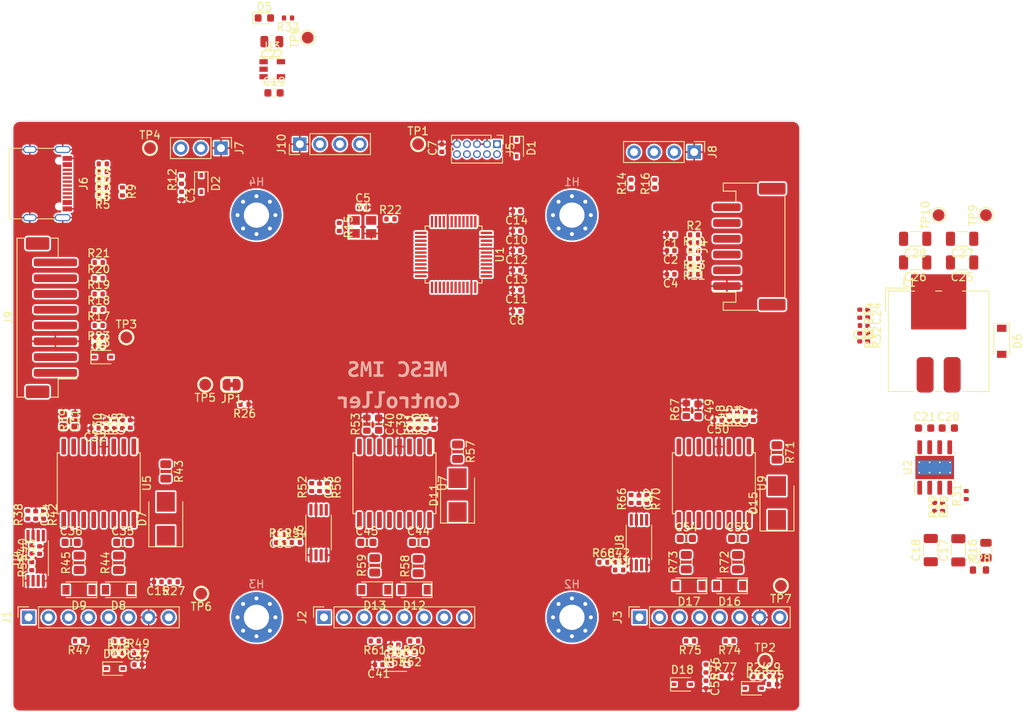
<source format=kicad_pcb>
(kicad_pcb (version 20171130) (host pcbnew "(5.1.9)-1")
  (layers (0 F.Cu signal) (1 In1.Cu signal) (2 In2.Cu signal) (31 B.Cu signal) (34 B.Paste user) (35 F.Paste user) (36 B.SilkS user) (37 F.SilkS user) (38 B.Mask user) (39 F.Mask user) (44 Edge.Cuts user))
  (net 0 "")
  (net 1 GND)
  (net 2 /HALL_1)
  (net 3 /HALL_2)
  (net 4 /PWM_IN)
  (net 5 /HALL_3)
  (net 6 +3V3)
  (net 7 /ANA_IN)
  (net 8 /~RESET)
  (net 9 /V_SEN)
  (net 10 /TMP_INT)
  (net 11 +VDC)
  (net 12 "Net-(C17-Pad1)")
  (net 13 +5V)
  (net 14 "Net-(C20-Pad1)")
  (net 15 "Net-(C21-Pad1)")
  (net 16 "Net-(C21-Pad2)")
  (net 17 "Net-(C23-Pad1)")
  (net 18 "Net-(C23-Pad2)")
  (net 19 VDD)
  (net 20 "Net-(C29-Pad1)")
  (net 21 "Net-(C30-Pad1)")
  (net 22 "Net-(C31-Pad2)")
  (net 23 "Net-(C34-Pad2)")
  (net 24 /Phase_U/G_MID)
  (net 25 "Net-(C35-Pad2)")
  (net 26 /Phase_U/G_BOT)
  (net 27 /U_V_SEN)
  (net 28 "Net-(C38-Pad1)")
  (net 29 "Net-(C39-Pad1)")
  (net 30 "Net-(C40-Pad2)")
  (net 31 "Net-(C43-Pad2)")
  (net 32 "Net-(C44-Pad2)")
  (net 33 /Phase_V/G_MID)
  (net 34 /Phase_V/G_BOT)
  (net 35 /V_V_SEN)
  (net 36 "Net-(C47-Pad1)")
  (net 37 "Net-(C48-Pad1)")
  (net 38 "Net-(C49-Pad2)")
  (net 39 "Net-(C52-Pad2)")
  (net 40 /Phase_W/G_MID)
  (net 41 "Net-(C53-Pad2)")
  (net 42 /Phase_W/G_BOT)
  (net 43 /W_V_SEN)
  (net 44 "Net-(D1-Pad1)")
  (net 45 "Net-(D2-Pad1)")
  (net 46 "Net-(D5-Pad2)")
  (net 47 "Net-(D6-Pad2)")
  (net 48 "Net-(D7-Pad2)")
  (net 49 /Phase_U/G_HI)
  (net 50 /Phase_U/G_LO)
  (net 51 "Net-(D11-Pad2)")
  (net 52 /Phase_V/G_HI)
  (net 53 /Phase_V/G_LO)
  (net 54 "Net-(D15-Pad2)")
  (net 55 /Phase_W/G_HI)
  (net 56 /Phase_W/G_LO)
  (net 57 /Phase_U/curr_sen-)
  (net 58 /Phase_V/curr_sen-)
  (net 59 /Phase_W/curr_sen-)
  (net 60 "Net-(J4-Pad2)")
  (net 61 "Net-(J4-Pad3)")
  (net 62 "Net-(J4-Pad4)")
  (net 63 "Net-(J4-Pad5)")
  (net 64 /SWD_DIO)
  (net 65 /SWD_CLK)
  (net 66 /SWO)
  (net 67 "Net-(J5-Pad7)")
  (net 68 "Net-(J5-Pad8)")
  (net 69 "Net-(J6-PadA7)")
  (net 70 "Net-(J6-PadA6)")
  (net 71 "Net-(J6-PadB8)")
  (net 72 "Net-(J6-PadA5)")
  (net 73 "Net-(J6-PadA8)")
  (net 74 "Net-(J6-PadB5)")
  (net 75 "Net-(J6-PadA4)")
  (net 76 "Net-(J7-Pad3)")
  (net 77 /I2C_SCL)
  (net 78 /I2C_SDA)
  (net 79 "Net-(J9-Pad4)")
  (net 80 "Net-(J9-Pad5)")
  (net 81 "Net-(J9-Pad6)")
  (net 82 "Net-(J9-Pad7)")
  (net 83 "Net-(J9-Pad8)")
  (net 84 /Phase_U/GATE_DIS)
  (net 85 /GATE_DIS)
  (net 86 /USB_D-)
  (net 87 /USB_D+)
  (net 88 "Net-(R15-Pad2)")
  (net 89 /ST_Tx)
  (net 90 /ST_Rx)
  (net 91 "Net-(R22-Pad1)")
  (net 92 "Net-(R22-Pad2)")
  (net 93 "Net-(R29-Pad2)")
  (net 94 "Net-(R31-Pad2)")
  (net 95 /U_IN_HI)
  (net 96 /U_IN_LO)
  (net 97 "Net-(R38-Pad1)")
  (net 98 /U_I_SEN)
  (net 99 "Net-(R44-Pad2)")
  (net 100 "Net-(R45-Pad2)")
  (net 101 /V_IN_HI)
  (net 102 /V_IN_LO)
  (net 103 "Net-(R52-Pad1)")
  (net 104 /V_I_SEN)
  (net 105 "Net-(R58-Pad2)")
  (net 106 "Net-(R59-Pad2)")
  (net 107 /W_IN_HI)
  (net 108 /W_IN_LO)
  (net 109 "Net-(R66-Pad1)")
  (net 110 /W_I_SEN)
  (net 111 "Net-(R72-Pad2)")
  (net 112 "Net-(R73-Pad2)")
  (net 113 /ISW_MCU)
  (net 114 /ISU_MCU)
  (net 115 /ISV_MCU)
  (net 116 "Net-(U1-Pad2)")
  (net 117 "Net-(U1-Pad3)")
  (net 118 "Net-(U1-Pad6)")
  (net 119 "Net-(U3-Pad4)")
  (net 120 "Net-(U5-Pad7)")
  (net 121 "Net-(U5-Pad12)")
  (net 122 "Net-(U5-Pad13)")
  (net 123 "Net-(U7-Pad13)")
  (net 124 "Net-(U7-Pad12)")
  (net 125 "Net-(U7-Pad7)")
  (net 126 "Net-(U9-Pad7)")
  (net 127 "Net-(U9-Pad12)")
  (net 128 "Net-(U9-Pad13)")
  (net 129 "Net-(J2-Pad7)")
  (net 130 "Net-(J2-Pad8)")
  (net 131 /ISU)
  (net 132 /ISV)
  (net 133 /ISW)
  (net 134 /CAN_RX)
  (net 135 /CAN_TX)
  (module Connector_JST:JST_PH_B8B-PH-SM4-TB_1x08-1MP_P2.00mm_Vertical (layer F.Cu) (at 114 100 90)
    (fp_text reference J9 (at 0 -5.45 90) (layer F.SilkS))
    (fp_text value Conn_01x08_Male)
    (pad MP smd roundrect (at 9.4 -1.75 90) (size 1.6 3) (layers F.Cu F.Paste F.Mask) (roundrect_rratio 0.15625))
    (pad MP smd roundrect (at -9.4 -1.75 90) (size 1.6 3) (layers F.Cu F.Paste F.Mask) (roundrect_rratio 0.15625))
    (pad 8 smd roundrect (at 7 0.5 90) (size 1 5.5) (layers F.Cu F.Paste F.Mask) (net 83 "Net-(J9-Pad8)"))
    (pad 7 smd roundrect (at 5 0.5 90) (size 1 5.5) (layers F.Cu F.Paste F.Mask) (net 82 "Net-(J9-Pad7)"))
    (pad 6 smd roundrect (at 3 0.5 90) (size 1 5.5) (layers F.Cu F.Paste F.Mask) (net 81 "Net-(J9-Pad6)"))
    (pad 5 smd roundrect (at 1 0.5 90) (size 1 5.5) (layers F.Cu F.Paste F.Mask) (net 80 "Net-(J9-Pad5)"))
    (pad 4 smd roundrect (at -1 0.5 90) (size 1 5.5) (layers F.Cu F.Paste F.Mask) (net 79 "Net-(J9-Pad4)"))
    (pad 3 smd roundrect (at -3 0.5 90) (size 1 5.5) (layers F.Cu F.Paste F.Mask) (net 1 GND))
    (pad 2 smd roundrect (at -5 0.5 90) (size 1 5.5) (layers F.Cu F.Paste F.Mask) (net 6 +3V3))
    (pad 1 smd roundrect (at -7 0.5 90) (size 1 5.5) (layers F.Cu F.Paste F.Mask) (net 13 +5V))
  )
  (module Connector_JST:JST_PH_S6B-PH-SM4-TB_1x06-1MP_P2.00mm_Horizontal (layer F.Cu) (at 202.5 91 90)
    (fp_text reference J4 (at 0 -5.8 90) (layer F.SilkS))
    (fp_text value Conn_01x06_Male)
    (pad MP smd roundrect (at 7.35 2.9 90) (size 1.5 3.4) (layers F.Cu F.Paste F.Mask) (roundrect_rratio 0.166667))
    (pad MP smd roundrect (at -7.35 2.9 90) (size 1.5 3.4) (layers F.Cu F.Paste F.Mask) (roundrect_rratio 0.166667))
    (pad 6 smd roundrect (at 5 -2.85 90) (size 1 3.5) (layers F.Cu F.Paste F.Mask) (net 13 +5V))
    (pad 5 smd roundrect (at 3 -2.85 90) (size 1 3.5) (layers F.Cu F.Paste F.Mask) (net 63 "Net-(J4-Pad5)"))
    (pad 4 smd roundrect (at 1 -2.85 90) (size 1 3.5) (layers F.Cu F.Paste F.Mask) (net 62 "Net-(J4-Pad4)"))
    (pad 3 smd roundrect (at -1 -2.85 90) (size 1 3.5) (layers F.Cu F.Paste F.Mask) (net 61 "Net-(J4-Pad3)"))
    (pad 2 smd roundrect (at -3 -2.85 90) (size 1 3.5) (layers F.Cu F.Paste F.Mask) (net 60 "Net-(J4-Pad2)"))
    (pad 1 smd roundrect (at -5 -2.85 90) (size 1 3.5) (layers F.Cu F.Paste F.Mask) (net 1 GND))
  )
  (module Capacitor_SMD:C_0402_1005Metric (layer F.Cu) (at 192.52 89.5 180)
    (fp_text reference C1 (at 0 -1.16) (layer F.SilkS))
    (fp_text value 100pF)
    (pad 2 smd roundrect (at 0.48 0 180) (size 0.56 0.62) (layers F.Cu F.Paste F.Mask) (net 1 GND))
    (pad 1 smd roundrect (at -0.48 0 180) (size 0.56 0.62) (layers F.Cu F.Paste F.Mask) (net 2 /HALL_1))
  )
  (module Capacitor_SMD:C_0402_1005Metric (layer F.Cu) (at 192.52 91.5 180)
    (fp_text reference C2 (at 0 -1.16) (layer F.SilkS))
    (fp_text value 100pF)
    (pad 1 smd roundrect (at -0.48 0 180) (size 0.56 0.62) (layers F.Cu F.Paste F.Mask) (net 3 /HALL_2))
    (pad 2 smd roundrect (at 0.48 0 180) (size 0.56 0.62) (layers F.Cu F.Paste F.Mask) (net 1 GND))
  )
  (module Capacitor_SMD:C_0402_1005Metric (layer F.Cu) (at 192.52 94.5 180)
    (fp_text reference C4 (at 0 -1.16) (layer F.SilkS))
    (fp_text value 100pF)
    (pad 1 smd roundrect (at -0.48 0 180) (size 0.56 0.62) (layers F.Cu F.Paste F.Mask) (net 5 /HALL_3))
    (pad 2 smd roundrect (at 0.48 0 180) (size 0.56 0.62) (layers F.Cu F.Paste F.Mask) (net 1 GND))
  )
  (module Connector_PinHeader_2.54mm:PinHeader_1x04_P2.54mm_Vertical (layer F.Cu) (at 195.5 79 270)
    (fp_text reference J8 (at 0 -2.33 90) (layer F.SilkS))
    (fp_text value Conn_01x04_Male)
    (pad 1 thru_hole rect (at 0 0 270) (size 1.7 1.7) (drill 1) (layers *.Cu *.Mask) (net 1 GND))
    (pad 2 thru_hole oval (at 0 2.54 270) (size 1.7 1.7) (drill 1) (layers *.Cu *.Mask) (net 6 +3V3))
    (pad 3 thru_hole oval (at 0 5.08 270) (size 1.7 1.7) (drill 1) (layers *.Cu *.Mask) (net 77 /I2C_SCL))
    (pad 4 thru_hole oval (at 0 7.62 270) (size 1.7 1.7) (drill 1) (layers *.Cu *.Mask) (net 78 /I2C_SDA))
  )
  (module Resistor_SMD:R_0402_1005Metric (layer F.Cu) (at 195.49 90.5 180)
    (fp_text reference R1 (at 0 -1.17) (layer F.SilkS))
    (fp_text value 1k5)
    (pad 1 smd roundrect (at -0.51 0 180) (size 0.54 0.64) (layers F.Cu F.Paste F.Mask) (net 62 "Net-(J4-Pad4)"))
    (pad 2 smd roundrect (at 0.51 0 180) (size 0.54 0.64) (layers F.Cu F.Paste F.Mask) (net 6 +3V3))
  )
  (module Resistor_SMD:R_0402_1005Metric (layer F.Cu) (at 195.49 89.5)
    (fp_text reference R2 (at 0 -1.17) (layer F.SilkS))
    (fp_text value 4k7)
    (pad 2 smd roundrect (at 0.51 0) (size 0.54 0.64) (layers F.Cu F.Paste F.Mask) (net 62 "Net-(J4-Pad4)"))
    (pad 1 smd roundrect (at -0.51 0) (size 0.54 0.64) (layers F.Cu F.Paste F.Mask) (net 2 /HALL_1))
  )
  (module Resistor_SMD:R_0402_1005Metric (layer F.Cu) (at 195.49 93.5 180)
    (fp_text reference R11 (at 0 -1.17) (layer F.SilkS))
    (fp_text value 1k5)
    (pad 1 smd roundrect (at -0.51 0 180) (size 0.54 0.64) (layers F.Cu F.Paste F.Mask) (net 60 "Net-(J4-Pad2)"))
    (pad 2 smd roundrect (at 0.51 0 180) (size 0.54 0.64) (layers F.Cu F.Paste F.Mask) (net 6 +3V3))
  )
  (module Resistor_SMD:R_0402_1005Metric (layer F.Cu) (at 195.5 94.5)
    (fp_text reference R13 (at 0 -1.17) (layer F.SilkS))
    (fp_text value 4k7)
    (pad 2 smd roundrect (at 0.51 0) (size 0.54 0.64) (layers F.Cu F.Paste F.Mask) (net 60 "Net-(J4-Pad2)"))
    (pad 1 smd roundrect (at -0.51 0) (size 0.54 0.64) (layers F.Cu F.Paste F.Mask) (net 5 /HALL_3))
  )
  (module Resistor_SMD:R_0402_1005Metric (layer F.Cu) (at 190.5 83.01 90)
    (fp_text reference R16 (at 0 -1.17 90) (layer F.SilkS))
    (fp_text value 1k5)
    (pad 2 smd roundrect (at 0.51 0 90) (size 0.54 0.64) (layers F.Cu F.Paste F.Mask) (net 77 /I2C_SCL))
    (pad 1 smd roundrect (at -0.51 0 90) (size 0.54 0.64) (layers F.Cu F.Paste F.Mask) (net 6 +3V3))
  )
  (module Resistor_SMD:R_0402_1005Metric (layer F.Cu) (at 195.5 91.5)
    (fp_text reference R10 (at 0 -1.17) (layer F.SilkS))
    (fp_text value 4k7)
    (pad 1 smd roundrect (at -0.51 0) (size 0.54 0.64) (layers F.Cu F.Paste F.Mask) (net 3 /HALL_2))
    (pad 2 smd roundrect (at 0.51 0) (size 0.54 0.64) (layers F.Cu F.Paste F.Mask) (net 61 "Net-(J4-Pad3)"))
  )
  (module Resistor_SMD:R_0402_1005Metric (layer F.Cu) (at 187.5 83 90)
    (fp_text reference R14 (at 0 -1.17 90) (layer F.SilkS))
    (fp_text value 1k5)
    (pad 1 smd roundrect (at -0.51 0 90) (size 0.54 0.64) (layers F.Cu F.Paste F.Mask) (net 6 +3V3))
    (pad 2 smd roundrect (at 0.51 0 90) (size 0.54 0.64) (layers F.Cu F.Paste F.Mask) (net 78 /I2C_SDA))
  )
  (module Resistor_SMD:R_0402_1005Metric (layer F.Cu) (at 195.49 92.5 180)
    (fp_text reference R6 (at 0 -1.17) (layer F.SilkS))
    (fp_text value 1k5)
    (pad 2 smd roundrect (at 0.51 0 180) (size 0.54 0.64) (layers F.Cu F.Paste F.Mask) (net 6 +3V3))
    (pad 1 smd roundrect (at -0.51 0 180) (size 0.54 0.64) (layers F.Cu F.Paste F.Mask) (net 61 "Net-(J4-Pad3)"))
  )
  (module label (layer B.Cu) (at 158 108.5 180)
    (fp_text reference svg2mod hide)
    (fp_text value G*** hide)
  )
  (module Connector_PinHeader_2.54mm:PinHeader_1x04_P2.54mm_Vertical (layer F.Cu) (at 145.5 78 90)
    (fp_text reference J10 (at 0 -2.33 90) (layer F.SilkS))
    (fp_text value Conn_01x04_Male)
    (pad 4 thru_hole oval (at 0 7.62 90) (size 1.7 1.7) (drill 1) (layers *.Cu *.Mask) (net 6 +3V3))
    (pad 3 thru_hole oval (at 0 5.08 90) (size 1.7 1.7) (drill 1) (layers *.Cu *.Mask) (net 134 /CAN_RX))
    (pad 2 thru_hole oval (at 0 2.54 90) (size 1.7 1.7) (drill 1) (layers *.Cu *.Mask) (net 135 /CAN_TX))
    (pad 1 thru_hole rect (at 0 0 90) (size 1.7 1.7) (drill 1) (layers *.Cu *.Mask) (net 1 GND))
  )
  (module Connector_PinSocket_2.54mm:PinSocket_1x08_P2.54mm_Vertical (layer F.Cu) (at 188.5675 138 90)
    (fp_text reference J3 (at 0 -2.77 270) (layer F.SilkS))
    (fp_text value Conn_01x08_Female)
    (pad 8 thru_hole oval (at 0 17.78 90) (size 1.7 1.7) (drill 1) (layers *.Cu *.Mask) (net 11 +VDC))
    (pad 7 thru_hole oval (at 0 15.24 90) (size 1.7 1.7) (drill 1) (layers *.Cu *.Mask) (net 1 GND))
    (pad 6 thru_hole oval (at 0 12.7 90) (size 1.7 1.7) (drill 1) (layers *.Cu *.Mask) (net 55 /Phase_W/G_HI))
    (pad 5 thru_hole oval (at 0 10.16 90) (size 1.7 1.7) (drill 1) (layers *.Cu *.Mask) (net 40 /Phase_W/G_MID))
    (pad 4 thru_hole oval (at 0 7.62 90) (size 1.7 1.7) (drill 1) (layers *.Cu *.Mask) (net 56 /Phase_W/G_LO))
    (pad 3 thru_hole oval (at 0 5.08 90) (size 1.7 1.7) (drill 1) (layers *.Cu *.Mask) (net 42 /Phase_W/G_BOT))
    (pad 2 thru_hole oval (at 0 2.54 90) (size 1.7 1.7) (drill 1) (layers *.Cu *.Mask) (net 133 /ISW))
    (pad 1 thru_hole rect (at 0 0 90) (size 1.7 1.7) (drill 1) (layers *.Cu *.Mask) (net 59 /Phase_W/curr_sen-))
  )
  (module Connector_PinSocket_2.54mm:PinSocket_1x08_P2.54mm_Vertical (layer F.Cu) (at 148.5625 138 90)
    (fp_text reference J2 (at 0 -2.77 270) (layer F.SilkS))
    (fp_text value Conn_01x08_Female)
    (pad 8 thru_hole oval (at 0 17.78 90) (size 1.7 1.7) (drill 1) (layers *.Cu *.Mask) (net 130 "Net-(J2-Pad8)"))
    (pad 7 thru_hole oval (at 0 15.24 90) (size 1.7 1.7) (drill 1) (layers *.Cu *.Mask) (net 129 "Net-(J2-Pad7)"))
    (pad 6 thru_hole oval (at 0 12.7 90) (size 1.7 1.7) (drill 1) (layers *.Cu *.Mask) (net 52 /Phase_V/G_HI))
    (pad 5 thru_hole oval (at 0 10.16 90) (size 1.7 1.7) (drill 1) (layers *.Cu *.Mask) (net 33 /Phase_V/G_MID))
    (pad 4 thru_hole oval (at 0 7.62 90) (size 1.7 1.7) (drill 1) (layers *.Cu *.Mask) (net 53 /Phase_V/G_LO))
    (pad 3 thru_hole oval (at 0 5.08 90) (size 1.7 1.7) (drill 1) (layers *.Cu *.Mask) (net 34 /Phase_V/G_BOT))
    (pad 2 thru_hole oval (at 0 2.54 90) (size 1.7 1.7) (drill 1) (layers *.Cu *.Mask) (net 132 /ISV))
    (pad 1 thru_hole rect (at 0 0 90) (size 1.7 1.7) (drill 1) (layers *.Cu *.Mask) (net 58 /Phase_V/curr_sen-))
  )
  (module Connector_PinSocket_2.54mm:PinSocket_1x08_P2.54mm_Vertical (layer F.Cu) (at 111.0975 138 90)
    (fp_text reference J1 (at 0 -2.77 270) (layer F.SilkS))
    (fp_text value Conn_01x08_Female)
    (pad 8 thru_hole oval (at 0 17.78 90) (size 1.7 1.7) (drill 1) (layers *.Cu *.Mask) (net 10 /TMP_INT))
    (pad 7 thru_hole oval (at 0 15.24 90) (size 1.7 1.7) (drill 1) (layers *.Cu *.Mask) (net 1 GND))
    (pad 6 thru_hole oval (at 0 12.7 90) (size 1.7 1.7) (drill 1) (layers *.Cu *.Mask) (net 49 /Phase_U/G_HI))
    (pad 5 thru_hole oval (at 0 10.16 90) (size 1.7 1.7) (drill 1) (layers *.Cu *.Mask) (net 24 /Phase_U/G_MID))
    (pad 4 thru_hole oval (at 0 7.62 90) (size 1.7 1.7) (drill 1) (layers *.Cu *.Mask) (net 50 /Phase_U/G_LO))
    (pad 3 thru_hole oval (at 0 5.08 90) (size 1.7 1.7) (drill 1) (layers *.Cu *.Mask) (net 26 /Phase_U/G_BOT))
    (pad 2 thru_hole oval (at 0 2.54 90) (size 1.7 1.7) (drill 1) (layers *.Cu *.Mask) (net 131 /ISU))
    (pad 1 thru_hole rect (at 0 0 90) (size 1.7 1.7) (drill 1) (layers *.Cu *.Mask) (net 57 /Phase_U/curr_sen-))
  )
  (module Capacitor_SMD:C_0603_1608Metric (layer F.Cu) (at 194.5 128)
    (fp_text reference C54 (at 0 -1.43) (layer F.SilkS))
    (fp_text value "1uF 50V")
    (pad 2 smd roundrect (at 0.775 0) (size 0.9 0.95) (layers F.Cu F.Paste F.Mask) (net 19 VDD))
    (pad 1 smd roundrect (at -0.775 0) (size 0.9 0.95) (layers F.Cu F.Paste F.Mask) (net 42 /Phase_W/G_BOT))
  )
  (module Capacitor_SMD:C_0603_1608Metric (layer F.Cu) (at 201.024999 128)
    (fp_text reference C53 (at 0 -1.43) (layer F.SilkS))
    (fp_text value "1uF 50V")
    (pad 2 smd roundrect (at 0.775 0) (size 0.9 0.95) (layers F.Cu F.Paste F.Mask) (net 41 "Net-(C53-Pad2)"))
    (pad 1 smd roundrect (at -0.775 0) (size 0.9 0.95) (layers F.Cu F.Paste F.Mask) (net 40 /Phase_W/G_MID))
  )
  (module Capacitor_SMD:C_0603_1608Metric (layer F.Cu) (at 154 128.5)
    (fp_text reference C45 (at 0 -1.43) (layer F.SilkS))
    (fp_text value "1uF 50V")
    (pad 1 smd roundrect (at -0.775 0) (size 0.9 0.95) (layers F.Cu F.Paste F.Mask) (net 34 /Phase_V/G_BOT))
    (pad 2 smd roundrect (at 0.775 0) (size 0.9 0.95) (layers F.Cu F.Paste F.Mask) (net 19 VDD))
  )
  (module Capacitor_SMD:C_0603_1608Metric (layer F.Cu) (at 160.55 128.5)
    (fp_text reference C44 (at 0 -1.43) (layer F.SilkS))
    (fp_text value "1uF 50V")
    (pad 1 smd roundrect (at -0.775 0) (size 0.9 0.95) (layers F.Cu F.Paste F.Mask) (net 33 /Phase_V/G_MID))
    (pad 2 smd roundrect (at 0.775 0) (size 0.9 0.95) (layers F.Cu F.Paste F.Mask) (net 32 "Net-(C44-Pad2)"))
  )
  (module Capacitor_SMD:C_0603_1608Metric (layer F.Cu) (at 116.5 128.5)
    (fp_text reference C36 (at 0 -1.43) (layer F.SilkS))
    (fp_text value "1uF 50V")
    (pad 2 smd roundrect (at 0.775 0) (size 0.9 0.95) (layers F.Cu F.Paste F.Mask) (net 19 VDD))
    (pad 1 smd roundrect (at -0.775 0) (size 0.9 0.95) (layers F.Cu F.Paste F.Mask) (net 26 /Phase_U/G_BOT))
  )
  (module Capacitor_SMD:C_0603_1608Metric (layer F.Cu) (at 123.05 128.5)
    (fp_text reference C35 (at 0 -1.43) (layer F.SilkS))
    (fp_text value "1uF 50V")
    (pad 2 smd roundrect (at 0.775 0) (size 0.9 0.95) (layers F.Cu F.Paste F.Mask) (net 25 "Net-(C35-Pad2)"))
    (pad 1 smd roundrect (at -0.775 0) (size 0.9 0.95) (layers F.Cu F.Paste F.Mask) (net 24 /Phase_U/G_MID))
  )
  (module MountingHole:MountingHole_3.2mm_M3_Pad_Via (layer B.Cu) (at 140 87 180)
    (fp_text reference H4 (at 0 4.2) (layer B.SilkS) (effects (justify mirror)))
    (fp_text value MountingHole)
    (pad 1 thru_hole circle (at 1.697056 1.697056 180) (size 0.8 0.8) (drill 0.5) (layers *.Cu *.Mask))
    (pad 1 thru_hole circle (at 0 2.4 180) (size 0.8 0.8) (drill 0.5) (layers *.Cu *.Mask))
    (pad 1 thru_hole circle (at -1.697056 1.697056 180) (size 0.8 0.8) (drill 0.5) (layers *.Cu *.Mask))
    (pad 1 thru_hole circle (at -2.4 0 180) (size 0.8 0.8) (drill 0.5) (layers *.Cu *.Mask))
    (pad 1 thru_hole circle (at -1.697056 -1.697056 180) (size 0.8 0.8) (drill 0.5) (layers *.Cu *.Mask))
    (pad 1 thru_hole circle (at 0 -2.4 180) (size 0.8 0.8) (drill 0.5) (layers *.Cu *.Mask))
    (pad 1 thru_hole circle (at 1.697056 -1.697056 180) (size 0.8 0.8) (drill 0.5) (layers *.Cu *.Mask))
    (pad 1 thru_hole circle (at 2.4 0 180) (size 0.8 0.8) (drill 0.5) (layers *.Cu *.Mask))
    (pad 1 thru_hole circle (at 0 0 180) (size 6.4 6.4) (drill 3.2) (layers *.Cu *.Mask))
  )
  (module MountingHole:MountingHole_3.2mm_M3_Pad_Via (layer B.Cu) (at 140 138 180)
    (fp_text reference H3 (at 0 4.2) (layer B.SilkS) (effects (justify mirror)))
    (fp_text value MountingHole)
    (pad 1 thru_hole circle (at 1.697056 1.697056 180) (size 0.8 0.8) (drill 0.5) (layers *.Cu *.Mask))
    (pad 1 thru_hole circle (at 0 2.4 180) (size 0.8 0.8) (drill 0.5) (layers *.Cu *.Mask))
    (pad 1 thru_hole circle (at -1.697056 1.697056 180) (size 0.8 0.8) (drill 0.5) (layers *.Cu *.Mask))
    (pad 1 thru_hole circle (at -2.4 0 180) (size 0.8 0.8) (drill 0.5) (layers *.Cu *.Mask))
    (pad 1 thru_hole circle (at -1.697056 -1.697056 180) (size 0.8 0.8) (drill 0.5) (layers *.Cu *.Mask))
    (pad 1 thru_hole circle (at 0 -2.4 180) (size 0.8 0.8) (drill 0.5) (layers *.Cu *.Mask))
    (pad 1 thru_hole circle (at 1.697056 -1.697056 180) (size 0.8 0.8) (drill 0.5) (layers *.Cu *.Mask))
    (pad 1 thru_hole circle (at 2.4 0 180) (size 0.8 0.8) (drill 0.5) (layers *.Cu *.Mask))
    (pad 1 thru_hole circle (at 0 0 180) (size 6.4 6.4) (drill 3.2) (layers *.Cu *.Mask))
  )
  (module MountingHole:MountingHole_3.2mm_M3_Pad_Via (layer B.Cu) (at 180 138 180)
    (fp_text reference H2 (at 0 4.2) (layer B.SilkS) (effects (justify mirror)))
    (fp_text value MountingHole)
    (pad 1 thru_hole circle (at 1.697056 1.697056 180) (size 0.8 0.8) (drill 0.5) (layers *.Cu *.Mask))
    (pad 1 thru_hole circle (at 0 2.4 180) (size 0.8 0.8) (drill 0.5) (layers *.Cu *.Mask))
    (pad 1 thru_hole circle (at -1.697056 1.697056 180) (size 0.8 0.8) (drill 0.5) (layers *.Cu *.Mask))
    (pad 1 thru_hole circle (at -2.4 0 180) (size 0.8 0.8) (drill 0.5) (layers *.Cu *.Mask))
    (pad 1 thru_hole circle (at -1.697056 -1.697056 180) (size 0.8 0.8) (drill 0.5) (layers *.Cu *.Mask))
    (pad 1 thru_hole circle (at 0 -2.4 180) (size 0.8 0.8) (drill 0.5) (layers *.Cu *.Mask))
    (pad 1 thru_hole circle (at 1.697056 -1.697056 180) (size 0.8 0.8) (drill 0.5) (layers *.Cu *.Mask))
    (pad 1 thru_hole circle (at 2.4 0 180) (size 0.8 0.8) (drill 0.5) (layers *.Cu *.Mask))
    (pad 1 thru_hole circle (at 0 0 180) (size 6.4 6.4) (drill 3.2) (layers *.Cu *.Mask))
  )
  (module MountingHole:MountingHole_3.2mm_M3_Pad_Via (layer B.Cu) (at 180 87 180)
    (fp_text reference H1 (at 0 4.2) (layer B.SilkS) (effects (justify mirror)))
    (fp_text value MountingHole)
    (pad 1 thru_hole circle (at 1.697056 1.697056 180) (size 0.8 0.8) (drill 0.5) (layers *.Cu *.Mask))
    (pad 1 thru_hole circle (at 0 2.4 180) (size 0.8 0.8) (drill 0.5) (layers *.Cu *.Mask))
    (pad 1 thru_hole circle (at -1.697056 1.697056 180) (size 0.8 0.8) (drill 0.5) (layers *.Cu *.Mask))
    (pad 1 thru_hole circle (at -2.4 0 180) (size 0.8 0.8) (drill 0.5) (layers *.Cu *.Mask))
    (pad 1 thru_hole circle (at -1.697056 -1.697056 180) (size 0.8 0.8) (drill 0.5) (layers *.Cu *.Mask))
    (pad 1 thru_hole circle (at 0 -2.4 180) (size 0.8 0.8) (drill 0.5) (layers *.Cu *.Mask))
    (pad 1 thru_hole circle (at 1.697056 -1.697056 180) (size 0.8 0.8) (drill 0.5) (layers *.Cu *.Mask))
    (pad 1 thru_hole circle (at 2.4 0 180) (size 0.8 0.8) (drill 0.5) (layers *.Cu *.Mask))
    (pad 1 thru_hole circle (at 0 0 180) (size 6.4 6.4) (drill 3.2) (layers *.Cu *.Mask))
  )
  (module Resistor_SMD:R_0402_1005Metric (layer F.Cu) (at 143 128.51)
    (fp_text reference R69 (at 0 -1.17 180) (layer F.SilkS))
    (fp_text value 4k7)
    (pad 2 smd roundrect (at 0.51 0) (size 0.54 0.64) (layers F.Cu F.Paste F.Mask) (net 115 /ISV_MCU))
    (pad 1 smd roundrect (at -0.51 0) (size 0.54 0.64) (layers F.Cu F.Paste F.Mask) (net 6 +3V3))
  )
  (module Resistor_SMD:R_0402_1005Metric (layer F.Cu) (at 183.99 131.02)
    (fp_text reference R68 (at 0 -1.17) (layer F.SilkS))
    (fp_text value 4k7)
    (pad 2 smd roundrect (at 0.51 0) (size 0.54 0.64) (layers F.Cu F.Paste F.Mask) (net 113 /ISW_MCU))
    (pad 1 smd roundrect (at -0.51 0) (size 0.54 0.64) (layers F.Cu F.Paste F.Mask) (net 6 +3V3))
  )
  (module Resistor_SMD:R_0402_1005Metric (layer F.Cu) (at 111.5 131.51 90)
    (fp_text reference R55 (at 0 -1.17 90) (layer F.SilkS))
    (fp_text value 4k7)
    (pad 1 smd roundrect (at -0.51 0 90) (size 0.54 0.64) (layers F.Cu F.Paste F.Mask) (net 6 +3V3))
    (pad 2 smd roundrect (at 0.51 0 90) (size 0.54 0.64) (layers F.Cu F.Paste F.Mask) (net 114 /ISU_MCU))
  )
  (module Resistor_SMD:R_0402_1005Metric (layer F.Cu) (at 144.99 128.5)
    (fp_text reference R54 (at 0 -1.17 180) (layer F.SilkS))
    (fp_text value 150R)
    (pad 2 smd roundrect (at 0.51 0) (size 0.54 0.64) (layers F.Cu F.Paste F.Mask) (net 132 /ISV))
    (pad 1 smd roundrect (at -0.51 0) (size 0.54 0.64) (layers F.Cu F.Paste F.Mask) (net 115 /ISV_MCU))
  )
  (module Resistor_SMD:R_0402_1005Metric (layer F.Cu) (at 185.99 132)
    (fp_text reference R41 (at 0 -1.17) (layer F.SilkS))
    (fp_text value 150R)
    (pad 2 smd roundrect (at 0.51 0) (size 0.54 0.64) (layers F.Cu F.Paste F.Mask) (net 133 /ISW))
    (pad 1 smd roundrect (at -0.51 0) (size 0.54 0.64) (layers F.Cu F.Paste F.Mask) (net 113 /ISW_MCU))
  )
  (module Resistor_SMD:R_0402_1005Metric (layer F.Cu) (at 111.53 129.39 90)
    (fp_text reference R40 (at 0 -1.17 90) (layer F.SilkS))
    (fp_text value 150R)
    (pad 1 smd roundrect (at -0.51 0 90) (size 0.54 0.64) (layers F.Cu F.Paste F.Mask) (net 114 /ISU_MCU))
    (pad 2 smd roundrect (at 0.51 0 90) (size 0.54 0.64) (layers F.Cu F.Paste F.Mask) (net 131 /ISU))
  )
  (module Capacitor_SMD:C_0402_1005Metric (layer F.Cu) (at 143.02 127.5 180)
    (fp_text reference C51 (at 0 -1.16 180) (layer F.SilkS))
    (fp_text value "100pF 16V")
    (pad 2 smd roundrect (at 0.48 0 180) (size 0.56 0.62) (layers F.Cu F.Paste F.Mask) (net 1 GND))
    (pad 1 smd roundrect (at -0.48 0 180) (size 0.56 0.62) (layers F.Cu F.Paste F.Mask) (net 115 /ISV_MCU))
  )
  (module Capacitor_SMD:C_0402_1005Metric (layer F.Cu) (at 185.91 131.01)
    (fp_text reference C42 (at 0 -1.16) (layer F.SilkS))
    (fp_text value "100pF 16V")
    (pad 2 smd roundrect (at 0.48 0) (size 0.56 0.62) (layers F.Cu F.Paste F.Mask) (net 1 GND))
    (pad 1 smd roundrect (at -0.48 0) (size 0.56 0.62) (layers F.Cu F.Paste F.Mask) (net 113 /ISW_MCU))
  )
  (module Capacitor_SMD:C_0402_1005Metric (layer F.Cu) (at 112.5 129.48 90)
    (fp_text reference C33 (at 0 -1.16 90) (layer F.SilkS))
    (fp_text value "100pF 16V")
    (pad 1 smd roundrect (at -0.48 0 90) (size 0.56 0.62) (layers F.Cu F.Paste F.Mask) (net 114 /ISU_MCU))
    (pad 2 smd roundrect (at 0.48 0 90) (size 0.56 0.62) (layers F.Cu F.Paste F.Mask) (net 1 GND))
  )
  (module Capacitor_SMD:C_0402_1005Metric (layer F.Cu) (at 130.5 84.52 270)
    (fp_text reference C3 (at 0 -1.16 90) (layer F.SilkS))
    (fp_text value 100pF)
    (pad 2 smd roundrect (at 0.48 0 270) (size 0.56 0.62) (layers F.Cu F.Paste F.Mask) (net 1 GND))
    (pad 1 smd roundrect (at -0.48 0 270) (size 0.56 0.62) (layers F.Cu F.Paste F.Mask) (net 4 /PWM_IN))
  )
  (module Capacitor_SMD:C_0402_1005Metric (layer F.Cu) (at 153.5 86)
    (fp_text reference C5 (at 0 -1.16) (layer F.SilkS))
    (fp_text value 100nF)
    (pad 1 smd roundrect (at -0.48 0) (size 0.56 0.62) (layers F.Cu F.Paste F.Mask) (net 6 +3V3))
    (pad 2 smd roundrect (at 0.48 0) (size 0.56 0.62) (layers F.Cu F.Paste F.Mask) (net 1 GND))
  )
  (module Capacitor_SMD:C_0402_1005Metric (layer F.Cu) (at 119.98 102.5 180)
    (fp_text reference C6 (at 0 -1.16) (layer F.SilkS))
    (fp_text value 100nF)
    (pad 2 smd roundrect (at 0.48 0 180) (size 0.56 0.62) (layers F.Cu F.Paste F.Mask) (net 1 GND))
    (pad 1 smd roundrect (at -0.48 0 180) (size 0.56 0.62) (layers F.Cu F.Paste F.Mask) (net 7 /ANA_IN))
  )
  (module Capacitor_SMD:C_0402_1005Metric (layer F.Cu) (at 163.5 78.5 90)
    (fp_text reference C7 (at 0 -1.16 90) (layer F.SilkS))
    (fp_text value 100nF)
    (pad 2 smd roundrect (at 0.48 0 90) (size 0.56 0.62) (layers F.Cu F.Paste F.Mask) (net 1 GND))
    (pad 1 smd roundrect (at -0.48 0 90) (size 0.56 0.62) (layers F.Cu F.Paste F.Mask) (net 8 /~RESET))
  )
  (module Capacitor_SMD:C_0402_1005Metric (layer F.Cu) (at 172.994999 99.194999 180)
    (fp_text reference C8 (at 0 -1.16) (layer F.SilkS))
    (fp_text value 100nF)
    (pad 2 smd roundrect (at 0.48 0 180) (size 0.56 0.62) (layers F.Cu F.Paste F.Mask) (net 1 GND))
    (pad 1 smd roundrect (at -0.48 0 180) (size 0.56 0.62) (layers F.Cu F.Paste F.Mask) (net 6 +3V3))
  )
  (module Capacitor_SMD:C_0402_1005Metric (layer F.Cu) (at 205.52 145.5)
    (fp_text reference C9 (at 0 -1.16) (layer F.SilkS))
    (fp_text value 100nF)
    (pad 1 smd roundrect (at -0.48 0) (size 0.56 0.62) (layers F.Cu F.Paste F.Mask) (net 9 /V_SEN))
    (pad 2 smd roundrect (at 0.48 0) (size 0.56 0.62) (layers F.Cu F.Paste F.Mask) (net 1 GND))
  )
  (module Capacitor_SMD:C_0402_1005Metric (layer F.Cu) (at 172.98 89 180)
    (fp_text reference C10 (at 0 -1.16) (layer F.SilkS))
    (fp_text value 100nF)
    (pad 1 smd roundrect (at -0.48 0 180) (size 0.56 0.62) (layers F.Cu F.Paste F.Mask) (net 6 +3V3))
    (pad 2 smd roundrect (at 0.48 0 180) (size 0.56 0.62) (layers F.Cu F.Paste F.Mask) (net 1 GND))
  )
  (module Capacitor_SMD:C_0402_1005Metric (layer F.Cu) (at 172.98 96.5 180)
    (fp_text reference C11 (at 0 -1.16) (layer F.SilkS))
    (fp_text value 100nF)
    (pad 1 smd roundrect (at -0.48 0 180) (size 0.56 0.62) (layers F.Cu F.Paste F.Mask) (net 6 +3V3))
    (pad 2 smd roundrect (at 0.48 0 180) (size 0.56 0.62) (layers F.Cu F.Paste F.Mask) (net 1 GND))
  )
  (module Capacitor_SMD:C_0402_1005Metric (layer F.Cu) (at 172.98 91.5 180)
    (fp_text reference C12 (at 0 -1.16) (layer F.SilkS))
    (fp_text value 100nF)
    (pad 2 smd roundrect (at 0.48 0 180) (size 0.56 0.62) (layers F.Cu F.Paste F.Mask) (net 1 GND))
    (pad 1 smd roundrect (at -0.48 0 180) (size 0.56 0.62) (layers F.Cu F.Paste F.Mask) (net 6 +3V3))
  )
  (module Capacitor_SMD:C_0402_1005Metric (layer F.Cu) (at 172.98 94 180)
    (fp_text reference C13 (at 0 -1.16) (layer F.SilkS))
    (fp_text value 100nF)
    (pad 2 smd roundrect (at 0.48 0 180) (size 0.56 0.62) (layers F.Cu F.Paste F.Mask) (net 1 GND))
    (pad 1 smd roundrect (at -0.48 0 180) (size 0.56 0.62) (layers F.Cu F.Paste F.Mask) (net 6 +3V3))
  )
  (module Capacitor_SMD:C_0402_1005Metric (layer F.Cu) (at 172.98 86.5 180)
    (fp_text reference C14 (at 0 -1.16) (layer F.SilkS))
    (fp_text value 1uF)
    (pad 1 smd roundrect (at -0.48 0 180) (size 0.56 0.62) (layers F.Cu F.Paste F.Mask) (net 6 +3V3))
    (pad 2 smd roundrect (at 0.48 0 180) (size 0.56 0.62) (layers F.Cu F.Paste F.Mask) (net 1 GND))
  )
  (module Capacitor_SMD:C_0402_1005Metric (layer F.Cu) (at 127.48 133.5 180)
    (fp_text reference C15 (at 0 -1.16) (layer F.SilkS))
    (fp_text value 1uF)
    (pad 1 smd roundrect (at -0.48 0 180) (size 0.56 0.62) (layers F.Cu F.Paste F.Mask) (net 10 /TMP_INT))
    (pad 2 smd roundrect (at 0.48 0 180) (size 0.56 0.62) (layers F.Cu F.Paste F.Mask) (net 1 GND))
  )
  (module Capacitor_SMD:C_0805_2012Metric (layer F.Cu) (at 232.5 129.5 90)
    (fp_text reference C16 (at 0 -1.68 90) (layer F.SilkS))
    (fp_text value 100nF)
    (pad 1 smd roundrect (at -0.95 0 90) (size 1 1.45) (layers F.Cu F.Paste F.Mask) (net 11 +VDC))
    (pad 2 smd roundrect (at 0.95 0 90) (size 1 1.45) (layers F.Cu F.Paste F.Mask) (net 1 GND))
  )
  (module Capacitor_SMD:C_1206_3216Metric (layer F.Cu) (at 229 129.5 90)
    (fp_text reference C17 (at 0 -1.85 90) (layer F.SilkS))
    (fp_text value 1uF)
    (pad 1 smd roundrect (at -1.475 0 90) (size 1.15 1.8) (layers F.Cu F.Paste F.Mask) (roundrect_rratio 0.217391) (net 12 "Net-(C17-Pad1)"))
    (pad 2 smd roundrect (at 1.475 0 90) (size 1.15 1.8) (layers F.Cu F.Paste F.Mask) (roundrect_rratio 0.217391) (net 1 GND))
  )
  (module Capacitor_SMD:C_1206_3216Metric (layer F.Cu) (at 225.5 129.475 90)
    (fp_text reference C18 (at 0 -1.85 90) (layer F.SilkS))
    (fp_text value 1uF)
    (pad 2 smd roundrect (at 1.475 0 90) (size 1.15 1.8) (layers F.Cu F.Paste F.Mask) (roundrect_rratio 0.217391) (net 1 GND))
    (pad 1 smd roundrect (at -1.475 0 90) (size 1.15 1.8) (layers F.Cu F.Paste F.Mask) (roundrect_rratio 0.217391) (net 12 "Net-(C17-Pad1)"))
  )
  (module Capacitor_SMD:C_0603_1608Metric (layer F.Cu) (at 142.225 71.5)
    (fp_text reference C19 (at 0 -1.43) (layer F.SilkS))
    (fp_text value "1uF 16V")
    (pad 1 smd roundrect (at -0.775 0) (size 0.9 0.95) (layers F.Cu F.Paste F.Mask) (net 13 +5V))
    (pad 2 smd roundrect (at 0.775 0) (size 0.9 0.95) (layers F.Cu F.Paste F.Mask) (net 1 GND))
  )
  (module Capacitor_SMD:C_0603_1608Metric (layer F.Cu) (at 227.725 114)
    (fp_text reference C20 (at 0 -1.43) (layer F.SilkS))
    (fp_text value "1uF 16V")
    (pad 2 smd roundrect (at 0.775 0) (size 0.9 0.95) (layers F.Cu F.Paste F.Mask) (net 1 GND))
    (pad 1 smd roundrect (at -0.775 0) (size 0.9 0.95) (layers F.Cu F.Paste F.Mask) (net 14 "Net-(C20-Pad1)"))
  )
  (module Capacitor_SMD:C_0603_1608Metric (layer F.Cu) (at 224.725 114)
    (fp_text reference C21 (at 0 -1.43) (layer F.SilkS))
    (fp_text value "10nF 25V")
    (pad 1 smd roundrect (at -0.775 0) (size 0.9 0.95) (layers F.Cu F.Paste F.Mask) (net 15 "Net-(C21-Pad1)"))
    (pad 2 smd roundrect (at 0.775 0) (size 0.9 0.95) (layers F.Cu F.Paste F.Mask) (net 16 "Net-(C21-Pad2)"))
  )
  (module Capacitor_SMD:C_0805_2012Metric (layer F.Cu) (at 141.95 65 180)
    (fp_text reference C22 (at 0 -1.68) (layer F.SilkS))
    (fp_text value "4.7uF 6.3V")
    (pad 2 smd roundrect (at 0.95 0 180) (size 1 1.45) (layers F.Cu F.Paste F.Mask) (net 1 GND))
    (pad 1 smd roundrect (at -0.95 0 180) (size 1 1.45) (layers F.Cu F.Paste F.Mask) (net 6 +3V3))
  )
  (module Capacitor_SMD:C_0402_1005Metric (layer F.Cu) (at 217 101 180)
    (fp_text reference C23 (at 0 -1.16) (layer F.SilkS))
    (fp_text value 100nF)
    (pad 1 smd roundrect (at -0.48 0 180) (size 0.56 0.62) (layers F.Cu F.Paste F.Mask) (net 17 "Net-(C23-Pad1)"))
    (pad 2 smd roundrect (at 0.48 0 180) (size 0.56 0.62) (layers F.Cu F.Paste F.Mask) (net 18 "Net-(C23-Pad2)"))
  )
  (module Capacitor_SMD:C_0402_1005Metric (layer F.Cu) (at 217.5 99.5 270)
    (fp_text reference C24 (at 0 -1.16 90) (layer F.SilkS))
    (fp_text value 3.3nF)
    (pad 2 smd roundrect (at 0.48 0 270) (size 0.56 0.62) (layers F.Cu F.Paste F.Mask) (net 17 "Net-(C23-Pad1)"))
    (pad 1 smd roundrect (at -0.48 0 270) (size 0.56 0.62) (layers F.Cu F.Paste F.Mask) (net 13 +5V))
  )
  (module Capacitor_SMD:C_1206_3216Metric (layer F.Cu) (at 229.475 93 180)
    (fp_text reference C25 (at 0 -1.85) (layer F.SilkS))
    (fp_text value 10uF)
    (pad 1 smd roundrect (at -1.475 0 180) (size 1.15 1.8) (layers F.Cu F.Paste F.Mask) (roundrect_rratio 0.217391) (net 19 VDD))
    (pad 2 smd roundrect (at 1.475 0 180) (size 1.15 1.8) (layers F.Cu F.Paste F.Mask) (roundrect_rratio 0.217391) (net 13 +5V))
  )
  (module Capacitor_SMD:C_1206_3216Metric (layer F.Cu) (at 223.525 93 180)
    (fp_text reference C26 (at 0 -1.85) (layer F.SilkS))
    (fp_text value 10uF)
    (pad 2 smd roundrect (at 1.475 0 180) (size 1.15 1.8) (layers F.Cu F.Paste F.Mask) (roundrect_rratio 0.217391) (net 1 GND))
    (pad 1 smd roundrect (at -1.475 0 180) (size 1.15 1.8) (layers F.Cu F.Paste F.Mask) (roundrect_rratio 0.217391) (net 13 +5V))
  )
  (module Capacitor_SMD:C_1206_3216Metric (layer F.Cu) (at 229.475 90 180)
    (fp_text reference C27 (at 0 -1.85) (layer F.SilkS))
    (fp_text value 10uF)
    (pad 1 smd roundrect (at -1.475 0 180) (size 1.15 1.8) (layers F.Cu F.Paste F.Mask) (roundrect_rratio 0.217391) (net 19 VDD))
    (pad 2 smd roundrect (at 1.475 0 180) (size 1.15 1.8) (layers F.Cu F.Paste F.Mask) (roundrect_rratio 0.217391) (net 13 +5V))
  )
  (module Capacitor_SMD:C_1206_3216Metric (layer F.Cu) (at 223.525 90 180)
    (fp_text reference C28 (at 0 -1.85) (layer F.SilkS))
    (fp_text value 10uF)
    (pad 2 smd roundrect (at 1.475 0 180) (size 1.15 1.8) (layers F.Cu F.Paste F.Mask) (roundrect_rratio 0.217391) (net 1 GND))
    (pad 1 smd roundrect (at -1.475 0 180) (size 1.15 1.8) (layers F.Cu F.Paste F.Mask) (roundrect_rratio 0.217391) (net 13 +5V))
  )
  (module Capacitor_SMD:C_0402_1005Metric (layer F.Cu) (at 124 113.48 90)
    (fp_text reference C29 (at 0 -1.16 90) (layer F.SilkS))
    (fp_text value 100pF)
    (pad 1 smd roundrect (at -0.48 0 90) (size 0.56 0.62) (layers F.Cu F.Paste F.Mask) (net 20 "Net-(C29-Pad1)"))
    (pad 2 smd roundrect (at 0.48 0 90) (size 0.56 0.62) (layers F.Cu F.Paste F.Mask) (net 1 GND))
  )
  (module Capacitor_SMD:C_0402_1005Metric (layer F.Cu) (at 121 113.52 90)
    (fp_text reference C30 (at 0 -1.16 90) (layer F.SilkS))
    (fp_text value 100pF)
    (pad 2 smd roundrect (at 0.48 0 90) (size 0.56 0.62) (layers F.Cu F.Paste F.Mask) (net 1 GND))
    (pad 1 smd roundrect (at -0.48 0 90) (size 0.56 0.62) (layers F.Cu F.Paste F.Mask) (net 21 "Net-(C30-Pad1)"))
  )
  (module Capacitor_SMD:C_0603_1608Metric (layer F.Cu) (at 115.5 113 270)
    (fp_text reference C31 (at 0 -1.43 90) (layer F.SilkS))
    (fp_text value C)
    (pad 2 smd roundrect (at 0.775 0 270) (size 0.9 0.95) (layers F.Cu F.Paste F.Mask) (net 22 "Net-(C31-Pad2)"))
    (pad 1 smd roundrect (at -0.775 0 270) (size 0.9 0.95) (layers F.Cu F.Paste F.Mask) (net 1 GND))
  )
  (module Capacitor_SMD:C_0402_1005Metric (layer F.Cu) (at 119.52 114 180)
    (fp_text reference C32 (at 0 -1.16) (layer F.SilkS))
    (fp_text value 100nF)
    (pad 2 smd roundrect (at 0.48 0 180) (size 0.56 0.62) (layers F.Cu F.Paste F.Mask) (net 1 GND))
    (pad 1 smd roundrect (at -0.48 0 180) (size 0.56 0.62) (layers F.Cu F.Paste F.Mask) (net 6 +3V3))
  )
  (module Capacitor_SMD:C_0402_1005Metric (layer F.Cu) (at 112 125.02 270)
    (fp_text reference C34 (at 0 -1.16 90) (layer F.SilkS))
    (fp_text value 100nF)
    (pad 2 smd roundrect (at 0.48 0 270) (size 0.56 0.62) (layers F.Cu F.Paste F.Mask) (net 23 "Net-(C34-Pad2)"))
    (pad 1 smd roundrect (at -0.48 0 270) (size 0.56 0.62) (layers F.Cu F.Paste F.Mask) (net 1 GND))
  )
  (module Capacitor_SMD:C_0402_1005Metric (layer F.Cu) (at 125 144)
    (fp_text reference C37 (at 0 -1.16) (layer F.SilkS))
    (fp_text value 100pF)
    (pad 1 smd roundrect (at -0.48 0) (size 0.56 0.62) (layers F.Cu F.Paste F.Mask) (net 27 /U_V_SEN))
    (pad 2 smd roundrect (at 0.48 0) (size 0.56 0.62) (layers F.Cu F.Paste F.Mask) (net 1 GND))
  )
  (module Capacitor_SMD:C_0402_1005Metric (layer F.Cu) (at 162.5 113.52 90)
    (fp_text reference C38 (at 0 -1.16 90) (layer F.SilkS))
    (fp_text value 100pF)
    (pad 1 smd roundrect (at -0.48 0 90) (size 0.56 0.62) (layers F.Cu F.Paste F.Mask) (net 28 "Net-(C38-Pad1)"))
    (pad 2 smd roundrect (at 0.48 0 90) (size 0.56 0.62) (layers F.Cu F.Paste F.Mask) (net 1 GND))
  )
  (module Capacitor_SMD:C_0402_1005Metric (layer F.Cu) (at 159.5 113.52 90)
    (fp_text reference C39 (at 0 -1.16 90) (layer F.SilkS))
    (fp_text value 100pF)
    (pad 1 smd roundrect (at -0.48 0 90) (size 0.56 0.62) (layers F.Cu F.Paste F.Mask) (net 29 "Net-(C39-Pad1)"))
    (pad 2 smd roundrect (at 0.48 0 90) (size 0.56 0.62) (layers F.Cu F.Paste F.Mask) (net 1 GND))
  )
  (module Capacitor_SMD:C_0603_1608Metric (layer F.Cu) (at 155.5 113.5 270)
    (fp_text reference C40 (at 0 -1.43 90) (layer F.SilkS))
    (fp_text value C)
    (pad 2 smd roundrect (at 0.775 0 270) (size 0.9 0.95) (layers F.Cu F.Paste F.Mask) (net 30 "Net-(C40-Pad2)"))
    (pad 1 smd roundrect (at -0.775 0 270) (size 0.9 0.95) (layers F.Cu F.Paste F.Mask) (net 1 GND))
  )
  (module Capacitor_SMD:C_0402_1005Metric (layer F.Cu) (at 155.5 144 180)
    (fp_text reference C41 (at 0 -1.16) (layer F.SilkS))
    (fp_text value 100nF)
    (pad 1 smd roundrect (at -0.48 0 180) (size 0.56 0.62) (layers F.Cu F.Paste F.Mask) (net 6 +3V3))
    (pad 2 smd roundrect (at 0.48 0 180) (size 0.56 0.62) (layers F.Cu F.Paste F.Mask) (net 1 GND))
  )
  (module Capacitor_SMD:C_0402_1005Metric (layer F.Cu) (at 148 121.52 270)
    (fp_text reference C43 (at 0 -1.16 90) (layer F.SilkS))
    (fp_text value 100nF)
    (pad 1 smd roundrect (at -0.48 0 270) (size 0.56 0.62) (layers F.Cu F.Paste F.Mask) (net 1 GND))
    (pad 2 smd roundrect (at 0.48 0 270) (size 0.56 0.62) (layers F.Cu F.Paste F.Mask) (net 31 "Net-(C43-Pad2)"))
  )
  (module Capacitor_SMD:C_0402_1005Metric (layer F.Cu) (at 157.52 141.5 180)
    (fp_text reference C46 (at 0 -1.16) (layer F.SilkS))
    (fp_text value 100pF)
    (pad 2 smd roundrect (at 0.48 0 180) (size 0.56 0.62) (layers F.Cu F.Paste F.Mask) (net 1 GND))
    (pad 1 smd roundrect (at -0.48 0 180) (size 0.56 0.62) (layers F.Cu F.Paste F.Mask) (net 35 /V_V_SEN))
  )
  (module Capacitor_SMD:C_0402_1005Metric (layer F.Cu) (at 203 112.52 90)
    (fp_text reference C47 (at 0 -1.16 90) (layer F.SilkS))
    (fp_text value 100pF)
    (pad 1 smd roundrect (at -0.48 0 90) (size 0.56 0.62) (layers F.Cu F.Paste F.Mask) (net 36 "Net-(C47-Pad1)"))
    (pad 2 smd roundrect (at 0.48 0 90) (size 0.56 0.62) (layers F.Cu F.Paste F.Mask) (net 1 GND))
  )
  (module Capacitor_SMD:C_0402_1005Metric (layer F.Cu) (at 200 112.48 90)
    (fp_text reference C48 (at 0 -1.16 90) (layer F.SilkS))
    (fp_text value 100pF)
    (pad 2 smd roundrect (at 0.48 0 90) (size 0.56 0.62) (layers F.Cu F.Paste F.Mask) (net 1 GND))
    (pad 1 smd roundrect (at -0.48 0 90) (size 0.56 0.62) (layers F.Cu F.Paste F.Mask) (net 37 "Net-(C48-Pad1)"))
  )
  (module Capacitor_SMD:C_0603_1608Metric (layer F.Cu) (at 196 111.725 270)
    (fp_text reference C49 (at 0 -1.43 90) (layer F.SilkS))
    (fp_text value C)
    (pad 2 smd roundrect (at 0.775 0 270) (size 0.9 0.95) (layers F.Cu F.Paste F.Mask) (net 38 "Net-(C49-Pad2)"))
    (pad 1 smd roundrect (at -0.775 0 270) (size 0.9 0.95) (layers F.Cu F.Paste F.Mask) (net 1 GND))
  )
  (module Capacitor_SMD:C_0402_1005Metric (layer F.Cu) (at 198.52 113 180)
    (fp_text reference C50 (at 0 -1.16) (layer F.SilkS))
    (fp_text value 100nF)
    (pad 2 smd roundrect (at 0.48 0 180) (size 0.56 0.62) (layers F.Cu F.Paste F.Mask) (net 1 GND))
    (pad 1 smd roundrect (at -0.48 0 180) (size 0.56 0.62) (layers F.Cu F.Paste F.Mask) (net 6 +3V3))
  )
  (module Capacitor_SMD:C_0402_1005Metric (layer F.Cu) (at 188.5 123.02 270)
    (fp_text reference C52 (at 0 -1.16 90) (layer F.SilkS))
    (fp_text value 100nF)
    (pad 1 smd roundrect (at -0.48 0 270) (size 0.56 0.62) (layers F.Cu F.Paste F.Mask) (net 1 GND))
    (pad 2 smd roundrect (at 0.48 0 270) (size 0.56 0.62) (layers F.Cu F.Paste F.Mask) (net 39 "Net-(C52-Pad2)"))
  )
  (module Capacitor_SMD:C_0402_1005Metric (layer F.Cu) (at 197 146.52 270)
    (fp_text reference C55 (at 0 -1.16 90) (layer F.SilkS))
    (fp_text value 100pF)
    (pad 2 smd roundrect (at 0.48 0 270) (size 0.56 0.62) (layers F.Cu F.Paste F.Mask) (net 1 GND))
    (pad 1 smd roundrect (at -0.48 0 270) (size 0.56 0.62) (layers F.Cu F.Paste F.Mask) (net 43 /W_V_SEN))
  )
  (module Diode_SMD:D_SOD-323 (layer F.Cu) (at 173 78.5 270)
    (fp_text reference D1 (at 0 -1.85 90) (layer F.SilkS))
    (fp_text value NSR1020MW2T1G)
    (pad 2 smd rect (at 1.05 0 270) (size 0.6 0.45) (layers F.Cu F.Paste F.Mask) (net 6 +3V3))
    (pad 1 smd rect (at -1.05 0 270) (size 0.6 0.45) (layers F.Cu F.Paste F.Mask) (net 44 "Net-(D1-Pad1)"))
  )
  (module Diode_SMD:D_SOD-323 (layer F.Cu) (at 133 83 270)
    (fp_text reference D2 (at 0 -1.85 90) (layer F.SilkS))
    (fp_text value NSR1020MW2T1G)
    (pad 1 smd rect (at -1.05 0 270) (size 0.6 0.45) (layers F.Cu F.Paste F.Mask) (net 45 "Net-(D2-Pad1)"))
    (pad 2 smd rect (at 1.05 0 270) (size 0.6 0.45) (layers F.Cu F.Paste F.Mask) (net 13 +5V))
  )
  (module Diode_SMD:D_SOD-323 (layer F.Cu) (at 120.5 105)
    (fp_text reference D3 (at 0 -1.85) (layer F.SilkS))
    (fp_text value NSR1020MW2T1G)
    (pad 2 smd rect (at 1.05 0) (size 0.6 0.45) (layers F.Cu F.Paste F.Mask) (net 7 /ANA_IN))
    (pad 1 smd rect (at -1.05 0) (size 0.6 0.45) (layers F.Cu F.Paste F.Mask) (net 6 +3V3))
  )
  (module Diode_SMD:D_SOD-323 (layer F.Cu) (at 203 147)
    (fp_text reference D4 (at 0 -1.85) (layer F.SilkS))
    (fp_text value NSR1020MW2T1G)
    (pad 1 smd rect (at -1.05 0) (size 0.6 0.45) (layers F.Cu F.Paste F.Mask) (net 6 +3V3))
    (pad 2 smd rect (at 1.05 0) (size 0.6 0.45) (layers F.Cu F.Paste F.Mask) (net 9 /V_SEN))
  )
  (module Diode_SMD:D_0603_1608Metric (layer F.Cu) (at 141 62)
    (fp_text reference D5 (at 0 -1.43) (layer F.SilkS))
    (fp_text value KP-1608MGC)
    (pad 1 smd roundrect (at -0.7875 0) (size 0.875 0.95) (layers F.Cu F.Paste F.Mask) (net 1 GND))
    (pad 2 smd roundrect (at 0.7875 0) (size 0.875 0.95) (layers F.Cu F.Paste F.Mask) (net 46 "Net-(D5-Pad2)"))
  )
  (module Diode_SMD:D_SOD-123 (layer F.Cu) (at 234.5 103 270)
    (fp_text reference D6 (at 0 -2 90) (layer F.SilkS))
    (fp_text value MBR130)
    (pad 1 smd rect (at -1.65 0 270) (size 0.9 1.2) (layers F.Cu F.Paste F.Mask) (net 19 VDD))
    (pad 2 smd rect (at 1.65 0 270) (size 0.9 1.2) (layers F.Cu F.Paste F.Mask) (net 47 "Net-(D6-Pad2)"))
  )
  (module Diode_SMD:D_SMB (layer F.Cu) (at 128.5 125.5 90)
    (fp_text reference D7 (at 0 -3 90) (layer F.SilkS))
    (fp_text value D_Schottky_Small)
    (pad 1 smd rect (at -2.15 0 90) (size 2.5 2.3) (layers F.Cu F.Paste F.Mask) (net 25 "Net-(C35-Pad2)"))
    (pad 2 smd rect (at 2.15 0 90) (size 2.5 2.3) (layers F.Cu F.Paste F.Mask) (net 48 "Net-(D7-Pad2)"))
  )
  (module Diode_SMD:D_SOD-123 (layer F.Cu) (at 122.5 134.5 180)
    (fp_text reference D8 (at 0 -2) (layer F.SilkS))
    (fp_text value MMSZ18T1G)
    (pad 1 smd rect (at -1.65 0 180) (size 0.9 1.2) (layers F.Cu F.Paste F.Mask) (net 49 /Phase_U/G_HI))
    (pad 2 smd rect (at 1.65 0 180) (size 0.9 1.2) (layers F.Cu F.Paste F.Mask) (net 24 /Phase_U/G_MID))
  )
  (module Diode_SMD:D_SOD-123 (layer F.Cu) (at 117.5 134.5 180)
    (fp_text reference D9 (at 0 -2) (layer F.SilkS))
    (fp_text value MMSZ18T1G)
    (pad 2 smd rect (at 1.65 0 180) (size 0.9 1.2) (layers F.Cu F.Paste F.Mask) (net 26 /Phase_U/G_BOT))
    (pad 1 smd rect (at -1.65 0 180) (size 0.9 1.2) (layers F.Cu F.Paste F.Mask) (net 50 /Phase_U/G_LO))
  )
  (module Diode_SMD:D_SOD-323 (layer F.Cu) (at 122 144.5)
    (fp_text reference D10 (at 0 -1.85) (layer F.SilkS))
    (fp_text value NSR1020MW2T1G)
    (pad 1 smd rect (at -1.05 0) (size 0.6 0.45) (layers F.Cu F.Paste F.Mask) (net 6 +3V3))
    (pad 2 smd rect (at 1.05 0) (size 0.6 0.45) (layers F.Cu F.Paste F.Mask) (net 27 /U_V_SEN))
  )
  (module Diode_SMD:D_SMB (layer F.Cu) (at 165.5 122.5 90)
    (fp_text reference D11 (at 0 -3 90) (layer F.SilkS))
    (fp_text value D_Schottky_Small)
    (pad 2 smd rect (at 2.15 0 90) (size 2.5 2.3) (layers F.Cu F.Paste F.Mask) (net 51 "Net-(D11-Pad2)"))
    (pad 1 smd rect (at -2.15 0 90) (size 2.5 2.3) (layers F.Cu F.Paste F.Mask) (net 32 "Net-(C44-Pad2)"))
  )
  (module Diode_SMD:D_SOD-123 (layer F.Cu) (at 160 134.5 180)
    (fp_text reference D12 (at 0 -2) (layer F.SilkS))
    (fp_text value MMSZ18T1G)
    (pad 1 smd rect (at -1.65 0 180) (size 0.9 1.2) (layers F.Cu F.Paste F.Mask) (net 52 /Phase_V/G_HI))
    (pad 2 smd rect (at 1.65 0 180) (size 0.9 1.2) (layers F.Cu F.Paste F.Mask) (net 33 /Phase_V/G_MID))
  )
  (module Diode_SMD:D_SOD-123 (layer F.Cu) (at 155 134.5 180)
    (fp_text reference D13 (at 0 -2) (layer F.SilkS))
    (fp_text value MMSZ18T1G)
    (pad 2 smd rect (at 1.65 0 180) (size 0.9 1.2) (layers F.Cu F.Paste F.Mask) (net 34 /Phase_V/G_BOT))
    (pad 1 smd rect (at -1.65 0 180) (size 0.9 1.2) (layers F.Cu F.Paste F.Mask) (net 53 /Phase_V/G_LO))
  )
  (module Diode_SMD:D_SOD-323 (layer F.Cu) (at 158 144)
    (fp_text reference D14 (at 0 -1.85) (layer F.SilkS))
    (fp_text value NSR1020MW2T1G)
    (pad 1 smd rect (at -1.05 0) (size 0.6 0.45) (layers F.Cu F.Paste F.Mask) (net 6 +3V3))
    (pad 2 smd rect (at 1.05 0) (size 0.6 0.45) (layers F.Cu F.Paste F.Mask) (net 35 /V_V_SEN))
  )
  (module Diode_SMD:D_SMB (layer F.Cu) (at 206 123.5 90)
    (fp_text reference D15 (at 0 -3 90) (layer F.SilkS))
    (fp_text value D_Schottky_Small)
    (pad 1 smd rect (at -2.15 0 90) (size 2.5 2.3) (layers F.Cu F.Paste F.Mask) (net 41 "Net-(C53-Pad2)"))
    (pad 2 smd rect (at 2.15 0 90) (size 2.5 2.3) (layers F.Cu F.Paste F.Mask) (net 54 "Net-(D15-Pad2)"))
  )
  (module Diode_SMD:D_SOD-123 (layer F.Cu) (at 200 134 180)
    (fp_text reference D16 (at 0 -2) (layer F.SilkS))
    (fp_text value MMSZ18T1G)
    (pad 1 smd rect (at -1.65 0 180) (size 0.9 1.2) (layers F.Cu F.Paste F.Mask) (net 55 /Phase_W/G_HI))
    (pad 2 smd rect (at 1.65 0 180) (size 0.9 1.2) (layers F.Cu F.Paste F.Mask) (net 40 /Phase_W/G_MID))
  )
  (module Diode_SMD:D_SOD-123 (layer F.Cu) (at 194.85 134 180)
    (fp_text reference D17 (at 0 -2) (layer F.SilkS))
    (fp_text value MMSZ18T1G)
    (pad 2 smd rect (at 1.65 0 180) (size 0.9 1.2) (layers F.Cu F.Paste F.Mask) (net 42 /Phase_W/G_BOT))
    (pad 1 smd rect (at -1.65 0 180) (size 0.9 1.2) (layers F.Cu F.Paste F.Mask) (net 56 /Phase_W/G_LO))
  )
  (module Diode_SMD:D_SOD-323 (layer F.Cu) (at 194 146.5)
    (fp_text reference D18 (at 0 -1.85) (layer F.SilkS))
    (fp_text value NSR1020MW2T1G)
    (pad 2 smd rect (at 1.05 0) (size 0.6 0.45) (layers F.Cu F.Paste F.Mask) (net 43 /W_V_SEN))
    (pad 1 smd rect (at -1.05 0) (size 0.6 0.45) (layers F.Cu F.Paste F.Mask) (net 6 +3V3))
  )
  (module Connector_PinHeader_1.27mm:PinHeader_2x05_P1.27mm_Vertical (layer F.Cu) (at 170.5 78 270)
    (fp_text reference J5 (at 0.635 -1.695 90) (layer F.SilkS))
    (fp_text value Conn_ARM_JTAG_SWD_10)
    (pad 1 thru_hole rect (at 0 0 270) (size 1 1) (drill 0.65) (layers *.Cu *.Mask) (net 44 "Net-(D1-Pad1)"))
    (pad 2 thru_hole oval (at 1.27 0 270) (size 1 1) (drill 0.65) (layers *.Cu *.Mask) (net 64 /SWD_DIO))
    (pad 3 thru_hole oval (at 0 1.27 270) (size 1 1) (drill 0.65) (layers *.Cu *.Mask) (net 1 GND))
    (pad 4 thru_hole oval (at 1.27 1.27 270) (size 1 1) (drill 0.65) (layers *.Cu *.Mask) (net 65 /SWD_CLK))
    (pad 5 thru_hole oval (at 0 2.54 270) (size 1 1) (drill 0.65) (layers *.Cu *.Mask) (net 1 GND))
    (pad 6 thru_hole oval (at 1.27 2.54 270) (size 1 1) (drill 0.65) (layers *.Cu *.Mask) (net 66 /SWO))
    (pad 7 thru_hole oval (at 0 3.81 270) (size 1 1) (drill 0.65) (layers *.Cu *.Mask) (net 67 "Net-(J5-Pad7)"))
    (pad 8 thru_hole oval (at 1.27 3.81 270) (size 1 1) (drill 0.65) (layers *.Cu *.Mask) (net 68 "Net-(J5-Pad8)"))
    (pad 9 thru_hole oval (at 0 5.08 270) (size 1 1) (drill 0.65) (layers *.Cu *.Mask) (net 1 GND))
    (pad 10 thru_hole oval (at 1.27 5.08 270) (size 1 1) (drill 0.65) (layers *.Cu *.Mask) (net 8 /~RESET))
  )
  (module Connector_USB:USB_C_Receptacle_Palconn_UTC16-G (layer F.Cu) (at 113.5 83 270)
    (fp_text reference J6 (at 0 -4.58 90) (layer F.SilkS))
    (fp_text value USB_C_Receptacle_USB2.0)
    (pad S1 thru_hole oval (at -4.32 -1.93) (size 2 0.9) (drill oval 1.7 0.6) (layers *.Cu *.Mask) (net 1 GND))
    (pad S1 thru_hole oval (at 4.32 -1.93) (size 2 0.9) (drill oval 1.7 0.6) (layers *.Cu *.Mask) (net 1 GND))
    (pad S1 thru_hole oval (at -4.32 2.24) (size 1.7 0.9) (drill oval 1.4 0.6) (layers *.Cu *.Mask) (net 1 GND))
    (pad S1 thru_hole oval (at 4.32 2.24) (size 1.7 0.9) (drill oval 1.4 0.6) (layers *.Cu *.Mask) (net 1 GND))
    (pad B7 smd rect (at -0.75 -2.51 90) (size 0.3 1.16) (layers F.Cu F.Paste F.Mask) (net 69 "Net-(J6-PadA7)"))
    (pad A6 smd rect (at -0.25 -2.51 90) (size 0.3 1.16) (layers F.Cu F.Paste F.Mask) (net 70 "Net-(J6-PadA6)"))
    (pad A7 smd rect (at 0.25 -2.51 90) (size 0.3 1.16) (layers F.Cu F.Paste F.Mask) (net 69 "Net-(J6-PadA7)"))
    (pad B8 smd rect (at -1.75 -2.51 90) (size 0.3 1.16) (layers F.Cu F.Paste F.Mask) (net 71 "Net-(J6-PadB8)"))
    (pad A5 smd rect (at -1.25 -2.51 90) (size 0.3 1.16) (layers F.Cu F.Paste F.Mask) (net 72 "Net-(J6-PadA5)"))
    (pad A8 smd rect (at 1.25 -2.51 90) (size 0.3 1.16) (layers F.Cu F.Paste F.Mask) (net 73 "Net-(J6-PadA8)"))
    (pad B6 smd rect (at 0.75 -2.51 90) (size 0.3 1.16) (layers F.Cu F.Paste F.Mask) (net 70 "Net-(J6-PadA6)"))
    (pad B5 smd rect (at 1.75 -2.51 90) (size 0.3 1.16) (layers F.Cu F.Paste F.Mask) (net 74 "Net-(J6-PadB5)"))
    (pad "" np_thru_hole circle (at 2.89 -1.45 90) (size 0.6 0.6) (drill 0.6) (layers *.Cu *.Mask))
    (pad "" np_thru_hole circle (at -2.89 -1.45 90) (size 0.6 0.6) (drill 0.6) (layers *.Cu *.Mask))
    (pad A4 smd rect (at -2.4 -2.51 270) (size 0.6 1.16) (layers F.Cu F.Paste F.Mask) (net 75 "Net-(J6-PadA4)"))
    (pad B9 smd rect (at -2.4 -2.51 270) (size 0.6 1.16) (layers F.Cu F.Paste F.Mask) (net 75 "Net-(J6-PadA4)"))
    (pad A1 smd rect (at -3.2 -2.51 270) (size 0.6 1.16) (layers F.Cu F.Paste F.Mask) (net 1 GND))
    (pad B12 smd rect (at -3.2 -2.51 270) (size 0.6 1.16) (layers F.Cu F.Paste F.Mask) (net 1 GND))
    (pad B4 smd rect (at 2.4 -2.51 270) (size 0.6 1.16) (layers F.Cu F.Paste F.Mask) (net 75 "Net-(J6-PadA4)"))
    (pad B1 smd rect (at 3.2 -2.51 270) (size 0.6 1.16) (layers F.Cu F.Paste F.Mask) (net 1 GND))
    (pad A9 smd rect (at 2.4 -2.51 270) (size 0.6 1.16) (layers F.Cu F.Paste F.Mask) (net 75 "Net-(J6-PadA4)"))
    (pad A12 smd rect (at 3.2 -2.51 270) (size 0.6 1.16) (layers F.Cu F.Paste F.Mask) (net 1 GND))
  )
  (module Connector_PinHeader_2.54mm:PinHeader_1x03_P2.54mm_Vertical (layer F.Cu) (at 135.5 78.5 270)
    (fp_text reference J7 (at 0 -2.33 90) (layer F.SilkS))
    (fp_text value Conn_01x03_Male)
    (pad 1 thru_hole rect (at 0 0 270) (size 1.7 1.7) (drill 1) (layers *.Cu *.Mask) (net 1 GND))
    (pad 2 thru_hole oval (at 0 2.54 270) (size 1.7 1.7) (drill 1) (layers *.Cu *.Mask) (net 45 "Net-(D2-Pad1)"))
    (pad 3 thru_hole oval (at 0 5.08 270) (size 1.7 1.7) (drill 1) (layers *.Cu *.Mask) (net 76 "Net-(J7-Pad3)"))
  )
  (module Jumper:SolderJumper-2_P1.3mm_Bridged_RoundedPad1.0x1.5mm (layer F.Cu) (at 136.85 108.5 180)
    (fp_text reference JP1 (at 0 -1.8) (layer F.SilkS))
    (fp_text value Jumper_NC_Small)
    (fp_poly (pts (xy 0.25 -0.3) (xy -0.25 -0.3) (xy -0.25 0.3) (xy 0.25 0.3)) (layer F.Cu) (width 0))
    (pad 2 smd custom (at 0.65 0 180) (size 1 0.5) (layers F.Cu F.Mask) (net 84 /Phase_U/GATE_DIS) (options (clearance outline) (anchor rect)) (primitives (gr_circle (center 0 0.25) (end 0.5 0.25) (width 0)) (gr_circle (center 0 -0.25) (end 0.5 -0.25) (width 0)) (gr_poly (pts (xy 0 -0.75) (xy -0.5 -0.75) (xy -0.5 0.75) (xy 0 0.75)) (width 0))))
    (pad 1 smd custom (at -0.65 0 180) (size 1 0.5) (layers F.Cu F.Mask) (net 85 /GATE_DIS) (options (clearance outline) (anchor rect)) (primitives (gr_circle (center 0 0.25) (end 0.5 0.25) (width 0)) (gr_circle (center 0 -0.25) (end 0.5 -0.25) (width 0)) (gr_poly (pts (xy 0 -0.75) (xy 0.5 -0.75) (xy 0.5 0.75) (xy 0 0.75)) (width 0))))
  )
  (module Inductor_SMD:L_Bourns_SRF1260 (layer F.Cu) (at 226.5 103)
    (fp_text reference L1 (at -3.75 -7.45) (layer F.SilkS))
    (fp_text value SRF1260-101M)
    (pad 1 smd roundrect (at -1.715 -4.25) (size 2.15 4.5) (layers F.Cu F.Paste F.Mask) (net 13 +5V))
    (pad 2 smd roundrect (at 1.715 -4.25) (size 2.15 4.5) (layers F.Cu F.Paste F.Mask) (net 13 +5V))
    (pad 3 smd roundrect (at 1.715 4.25) (size 2.15 4.5) (layers F.Cu F.Paste F.Mask) (net 47 "Net-(D6-Pad2)"))
    (pad 4 smd roundrect (at -1.715 4.25) (size 2.15 4.5) (layers F.Cu F.Paste F.Mask) (net 15 "Net-(C21-Pad1)"))
  )
  (module Resistor_SMD:R_0402_1005Metric (layer F.Cu) (at 120.51 80.5 180)
    (fp_text reference R3 (at 0 -1.17) (layer F.SilkS))
    (fp_text value 10R)
    (pad 2 smd roundrect (at 0.51 0 180) (size 0.54 0.64) (layers F.Cu F.Paste F.Mask) (net 75 "Net-(J6-PadA4)"))
    (pad 1 smd roundrect (at -0.51 0 180) (size 0.54 0.64) (layers F.Cu F.Paste F.Mask) (net 13 +5V))
  )
  (module Resistor_SMD:R_0402_1005Metric (layer F.Cu) (at 120.51 81.5 180)
    (fp_text reference R4 (at 0 -1.17) (layer F.SilkS))
    (fp_text value 5k1)
    (pad 1 smd roundrect (at -0.51 0 180) (size 0.54 0.64) (layers F.Cu F.Paste F.Mask) (net 1 GND))
    (pad 2 smd roundrect (at 0.51 0 180) (size 0.54 0.64) (layers F.Cu F.Paste F.Mask) (net 72 "Net-(J6-PadA5)"))
  )
  (module Resistor_SMD:R_0402_1005Metric (layer F.Cu) (at 120.49 84.5 180)
    (fp_text reference R5 (at 0 -1.17) (layer F.SilkS))
    (fp_text value 5k1)
    (pad 1 smd roundrect (at -0.51 0 180) (size 0.54 0.64) (layers F.Cu F.Paste F.Mask) (net 1 GND))
    (pad 2 smd roundrect (at 0.51 0 180) (size 0.54 0.64) (layers F.Cu F.Paste F.Mask) (net 74 "Net-(J6-PadB5)"))
  )
  (module Resistor_SMD:R_0402_1005Metric (layer F.Cu) (at 120.5 82.5 180)
    (fp_text reference R7 (at 0 -1.17) (layer F.SilkS))
    (fp_text value 22R)
    (pad 2 smd roundrect (at 0.51 0 180) (size 0.54 0.64) (layers F.Cu F.Paste F.Mask) (net 69 "Net-(J6-PadA7)"))
    (pad 1 smd roundrect (at -0.51 0 180) (size 0.54 0.64) (layers F.Cu F.Paste F.Mask) (net 86 /USB_D-))
  )
  (module Resistor_SMD:R_0402_1005Metric (layer F.Cu) (at 120.51 83.5 180)
    (fp_text reference R8 (at 0 -1.17) (layer F.SilkS))
    (fp_text value 22R)
    (pad 1 smd roundrect (at -0.51 0 180) (size 0.54 0.64) (layers F.Cu F.Paste F.Mask) (net 87 /USB_D+))
    (pad 2 smd roundrect (at 0.51 0 180) (size 0.54 0.64) (layers F.Cu F.Paste F.Mask) (net 70 "Net-(J6-PadA6)"))
  )
  (module Resistor_SMD:R_0402_1005Metric (layer F.Cu) (at 123 84 270)
    (fp_text reference R9 (at 0 -1.17 90) (layer F.SilkS))
    (fp_text value 1k5)
    (pad 1 smd roundrect (at -0.51 0 270) (size 0.54 0.64) (layers F.Cu F.Paste F.Mask) (net 87 /USB_D+))
    (pad 2 smd roundrect (at 0.51 0 270) (size 0.54 0.64) (layers F.Cu F.Paste F.Mask) (net 6 +3V3))
  )
  (module Resistor_SMD:R_0402_1005Metric (layer F.Cu) (at 130.5 82.51 90)
    (fp_text reference R12 (at 0 -1.17 90) (layer F.SilkS))
    (fp_text value 100R)
    (pad 1 smd roundrect (at -0.51 0 90) (size 0.54 0.64) (layers F.Cu F.Paste F.Mask) (net 4 /PWM_IN))
    (pad 2 smd roundrect (at 0.51 0 90) (size 0.54 0.64) (layers F.Cu F.Paste F.Mask) (net 76 "Net-(J7-Pad3)"))
  )
  (module Resistor_SMD:R_0402_1005Metric (layer F.Cu) (at 150.5 88.49 270)
    (fp_text reference R15 (at 0 -1.17 90) (layer F.SilkS))
    (fp_text value 1k)
    (pad 2 smd roundrect (at 0.51 0 270) (size 0.54 0.64) (layers F.Cu F.Paste F.Mask) (net 88 "Net-(R15-Pad2)"))
    (pad 1 smd roundrect (at -0.51 0 270) (size 0.54 0.64) (layers F.Cu F.Paste F.Mask) (net 6 +3V3))
  )
  (module Resistor_SMD:R_0402_1005Metric (layer F.Cu) (at 119.99 101)
    (fp_text reference R17 (at 0 -1.17) (layer F.SilkS))
    (fp_text value 1k5)
    (pad 2 smd roundrect (at 0.51 0) (size 0.54 0.64) (layers F.Cu F.Paste F.Mask) (net 7 /ANA_IN))
    (pad 1 smd roundrect (at -0.51 0) (size 0.54 0.64) (layers F.Cu F.Paste F.Mask) (net 79 "Net-(J9-Pad4)"))
  )
  (module Resistor_SMD:R_0402_1005Metric (layer F.Cu) (at 119.99 99)
    (fp_text reference R18 (at 0 -1.17) (layer F.SilkS))
    (fp_text value 100R)
    (pad 1 smd roundrect (at -0.51 0) (size 0.54 0.64) (layers F.Cu F.Paste F.Mask) (net 80 "Net-(J9-Pad5)"))
    (pad 2 smd roundrect (at 0.51 0) (size 0.54 0.64) (layers F.Cu F.Paste F.Mask) (net 89 /ST_Tx))
  )
  (module Resistor_SMD:R_0402_1005Metric (layer F.Cu) (at 119.99 97)
    (fp_text reference R19 (at 0 -1.17) (layer F.SilkS))
    (fp_text value 100R)
    (pad 2 smd roundrect (at 0.51 0) (size 0.54 0.64) (layers F.Cu F.Paste F.Mask) (net 90 /ST_Rx))
    (pad 1 smd roundrect (at -0.51 0) (size 0.54 0.64) (layers F.Cu F.Paste F.Mask) (net 81 "Net-(J9-Pad6)"))
  )
  (module Resistor_SMD:R_0402_1005Metric (layer F.Cu) (at 119.99 95)
    (fp_text reference R20 (at 0 -1.17) (layer F.SilkS))
    (fp_text value 1k5)
    (pad 1 smd roundrect (at -0.51 0) (size 0.54 0.64) (layers F.Cu F.Paste F.Mask) (net 82 "Net-(J9-Pad7)"))
    (pad 2 smd roundrect (at 0.51 0) (size 0.54 0.64) (layers F.Cu F.Paste F.Mask) (net 35 /V_V_SEN))
  )
  (module Resistor_SMD:R_0402_1005Metric (layer F.Cu) (at 120 93)
    (fp_text reference R21 (at 0 -1.17) (layer F.SilkS))
    (fp_text value 1k5)
    (pad 2 smd roundrect (at 0.51 0) (size 0.54 0.64) (layers F.Cu F.Paste F.Mask) (net 27 /U_V_SEN))
    (pad 1 smd roundrect (at -0.51 0) (size 0.54 0.64) (layers F.Cu F.Paste F.Mask) (net 83 "Net-(J9-Pad8)"))
  )
  (module Resistor_SMD:R_0402_1005Metric (layer F.Cu) (at 156.99 87.5)
    (fp_text reference R22 (at 0 -1.17) (layer F.SilkS))
    (fp_text value 50R)
    (pad 1 smd roundrect (at -0.51 0) (size 0.54 0.64) (layers F.Cu F.Paste F.Mask) (net 91 "Net-(R22-Pad1)"))
    (pad 2 smd roundrect (at 0.51 0) (size 0.54 0.64) (layers F.Cu F.Paste F.Mask) (net 92 "Net-(R22-Pad2)"))
  )
  (module Resistor_SMD:R_0402_1005Metric (layer F.Cu) (at 120 103.5)
    (fp_text reference R23 (at 0 -1.17) (layer F.SilkS))
    (fp_text value 1k5)
    (pad 2 smd roundrect (at 0.51 0) (size 0.54 0.64) (layers F.Cu F.Paste F.Mask) (net 7 /ANA_IN))
    (pad 1 smd roundrect (at -0.51 0) (size 0.54 0.64) (layers F.Cu F.Paste F.Mask) (net 1 GND))
  )
  (module Resistor_SMD:R_0402_1005Metric (layer F.Cu) (at 203.5 145.5)
    (fp_text reference R24 (at 0 -1.17) (layer F.SilkS))
    (fp_text value 82k)
    (pad 2 smd roundrect (at 0.51 0) (size 0.54 0.64) (layers F.Cu F.Paste F.Mask) (net 9 /V_SEN))
    (pad 1 smd roundrect (at -0.51 0) (size 0.54 0.64) (layers F.Cu F.Paste F.Mask) (net 11 +VDC))
  )
  (module Resistor_SMD:R_0402_1005Metric (layer F.Cu) (at 205.49 146.5)
    (fp_text reference R25 (at 0 -1.17) (layer F.SilkS))
    (fp_text value 1k5)
    (pad 2 smd roundrect (at 0.51 0) (size 0.54 0.64) (layers F.Cu F.Paste F.Mask) (net 1 GND))
    (pad 1 smd roundrect (at -0.51 0) (size 0.54 0.64) (layers F.Cu F.Paste F.Mask) (net 9 /V_SEN))
  )
  (module Resistor_SMD:R_0402_1005Metric (layer F.Cu) (at 138.49 111 180)
    (fp_text reference R26 (at 0 -1.17) (layer F.SilkS))
    (fp_text value 10k)
    (pad 1 smd roundrect (at -0.51 0 180) (size 0.54 0.64) (layers F.Cu F.Paste F.Mask) (net 1 GND))
    (pad 2 smd roundrect (at 0.51 0 180) (size 0.54 0.64) (layers F.Cu F.Paste F.Mask) (net 84 /Phase_U/GATE_DIS))
  )
  (module Resistor_SMD:R_0402_1005Metric (layer F.Cu) (at 129.5 133.5 180)
    (fp_text reference R27 (at 0 -1.17) (layer F.SilkS))
    (fp_text value 4k7)
    (pad 1 smd roundrect (at -0.51 0 180) (size 0.54 0.64) (layers F.Cu F.Paste F.Mask) (net 6 +3V3))
    (pad 2 smd roundrect (at 0.51 0 180) (size 0.54 0.64) (layers F.Cu F.Paste F.Mask) (net 10 /TMP_INT))
  )
  (module Resistor_SMD:R_0603_1608Metric (layer F.Cu) (at 231.675 132)
    (fp_text reference R28 (at 0 -1.43) (layer F.SilkS))
    (fp_text value 10R)
    (pad 1 smd roundrect (at -0.825 0) (size 0.8 0.95) (layers F.Cu F.Paste F.Mask) (net 12 "Net-(C17-Pad1)"))
    (pad 2 smd roundrect (at 0.825 0) (size 0.8 0.95) (layers F.Cu F.Paste F.Mask) (net 11 +VDC))
  )
  (module Resistor_SMD:R_0402_1005Metric (layer F.Cu) (at 227 124 90)
    (fp_text reference R29 (at 0 -1.17 90) (layer F.SilkS))
    (fp_text value 91k)
    (pad 1 smd roundrect (at -0.51 0 90) (size 0.54 0.64) (layers F.Cu F.Paste F.Mask) (net 12 "Net-(C17-Pad1)"))
    (pad 2 smd roundrect (at 0.51 0 90) (size 0.54 0.64) (layers F.Cu F.Paste F.Mask) (net 93 "Net-(R29-Pad2)"))
  )
  (module Resistor_SMD:R_0402_1005Metric (layer F.Cu) (at 226 124 270)
    (fp_text reference R30 (at 0 -1.17 90) (layer F.SilkS))
    (fp_text value 4k7)
    (pad 2 smd roundrect (at 0.51 0 270) (size 0.54 0.64) (layers F.Cu F.Paste F.Mask) (net 1 GND))
    (pad 1 smd roundrect (at -0.51 0 270) (size 0.54 0.64) (layers F.Cu F.Paste F.Mask) (net 93 "Net-(R29-Pad2)"))
  )
  (module Resistor_SMD:R_0402_1005Metric (layer F.Cu) (at 230 122.5 90)
    (fp_text reference R31 (at 0 -1.17 90) (layer F.SilkS))
    (fp_text value 100k)
    (pad 2 smd roundrect (at 0.51 0 90) (size 0.54 0.64) (layers F.Cu F.Paste F.Mask) (net 94 "Net-(R31-Pad2)"))
    (pad 1 smd roundrect (at -0.51 0 90) (size 0.54 0.64) (layers F.Cu F.Paste F.Mask) (net 12 "Net-(C17-Pad1)"))
  )
  (module Resistor_SMD:R_0402_1005Metric (layer F.Cu) (at 217.5 102.5 270)
    (fp_text reference R32 (at 0 -1.17 90) (layer F.SilkS))
    (fp_text value 33k)
    (pad 1 smd roundrect (at -0.51 0 270) (size 0.54 0.64) (layers F.Cu F.Paste F.Mask) (net 17 "Net-(C23-Pad1)"))
    (pad 2 smd roundrect (at 0.51 0 270) (size 0.54 0.64) (layers F.Cu F.Paste F.Mask) (net 15 "Net-(C21-Pad1)"))
  )
  (module Resistor_SMD:R_0402_1005Metric (layer F.Cu) (at 144 62 180)
    (fp_text reference R33 (at 0 -1.17) (layer F.SilkS))
    (fp_text value 4k7)
    (pad 2 smd roundrect (at 0.51 0 180) (size 0.54 0.64) (layers F.Cu F.Paste F.Mask) (net 46 "Net-(D5-Pad2)"))
    (pad 1 smd roundrect (at -0.51 0 180) (size 0.54 0.64) (layers F.Cu F.Paste F.Mask) (net 6 +3V3))
  )
  (module Resistor_SMD:R_0402_1005Metric (layer F.Cu) (at 216.5 99.5 270)
    (fp_text reference R34 (at 0 -1.17 90) (layer F.SilkS))
    (fp_text value 12k)
    (pad 2 smd roundrect (at 0.51 0 270) (size 0.54 0.64) (layers F.Cu F.Paste F.Mask) (net 18 "Net-(C23-Pad2)"))
    (pad 1 smd roundrect (at -0.51 0 270) (size 0.54 0.64) (layers F.Cu F.Paste F.Mask) (net 13 +5V))
  )
  (module Resistor_SMD:R_0402_1005Metric (layer F.Cu) (at 216.5 102.5 270)
    (fp_text reference R35 (at 0 -1.17 90) (layer F.SilkS))
    (fp_text value 3k9)
    (pad 1 smd roundrect (at -0.51 0 270) (size 0.54 0.64) (layers F.Cu F.Paste F.Mask) (net 18 "Net-(C23-Pad2)"))
    (pad 2 smd roundrect (at 0.51 0 270) (size 0.54 0.64) (layers F.Cu F.Paste F.Mask) (net 1 GND))
  )
  (module Resistor_SMD:R_0402_1005Metric (layer F.Cu) (at 123 113.51 90)
    (fp_text reference R36 (at 0 -1.17 90) (layer F.SilkS))
    (fp_text value 100R)
    (pad 1 smd roundrect (at -0.51 0 90) (size 0.54 0.64) (layers F.Cu F.Paste F.Mask) (net 20 "Net-(C29-Pad1)"))
    (pad 2 smd roundrect (at 0.51 0 90) (size 0.54 0.64) (layers F.Cu F.Paste F.Mask) (net 95 /U_IN_HI))
  )
  (module Resistor_SMD:R_0402_1005Metric (layer F.Cu) (at 122 113.51 90)
    (fp_text reference R37 (at 0 -1.17 90) (layer F.SilkS))
    (fp_text value 100R)
    (pad 2 smd roundrect (at 0.51 0 90) (size 0.54 0.64) (layers F.Cu F.Paste F.Mask) (net 96 /U_IN_LO))
    (pad 1 smd roundrect (at -0.51 0 90) (size 0.54 0.64) (layers F.Cu F.Paste F.Mask) (net 21 "Net-(C30-Pad1)"))
  )
  (module Resistor_SMD:R_0402_1005Metric (layer F.Cu) (at 111 124.99 90)
    (fp_text reference R38 (at 0 -1.17 90) (layer F.SilkS))
    (fp_text value 100R)
    (pad 2 smd roundrect (at 0.51 0 90) (size 0.54 0.64) (layers F.Cu F.Paste F.Mask) (net 98 /U_I_SEN))
    (pad 1 smd roundrect (at -0.51 0 90) (size 0.54 0.64) (layers F.Cu F.Paste F.Mask) (net 97 "Net-(R38-Pad1)"))
  )
  (module Resistor_SMD:R_0603_1608Metric (layer F.Cu) (at 117 113 90)
    (fp_text reference R39 (at 0 -1.43 90) (layer F.SilkS))
    (fp_text value R)
    (pad 2 smd roundrect (at 0.825 0 90) (size 0.8 0.95) (layers F.Cu F.Paste F.Mask) (net 1 GND))
    (pad 1 smd roundrect (at -0.825 0 90) (size 0.8 0.95) (layers F.Cu F.Paste F.Mask) (net 22 "Net-(C31-Pad2)"))
  )
  (module Resistor_SMD:R_0402_1005Metric (layer F.Cu) (at 113 124.99 270)
    (fp_text reference R42 (at 0 -1.17 90) (layer F.SilkS))
    (fp_text value 10R)
    (pad 1 smd roundrect (at -0.51 0 270) (size 0.54 0.64) (layers F.Cu F.Paste F.Mask) (net 6 +3V3))
    (pad 2 smd roundrect (at 0.51 0 270) (size 0.54 0.64) (layers F.Cu F.Paste F.Mask) (net 23 "Net-(C34-Pad2)"))
  )
  (module Resistor_SMD:R_0805_2012Metric (layer F.Cu) (at 128.5 119.5 270)
    (fp_text reference R43 (at 0 -1.65 90) (layer F.SilkS))
    (fp_text value R)
    (pad 2 smd roundrect (at 0.9125 0 270) (size 1.025 1.4) (layers F.Cu F.Paste F.Mask) (roundrect_rratio 0.243902) (net 48 "Net-(D7-Pad2)"))
    (pad 1 smd roundrect (at -0.9125 0 270) (size 1.025 1.4) (layers F.Cu F.Paste F.Mask) (roundrect_rratio 0.243902) (net 19 VDD))
  )
  (module Resistor_SMD:R_0805_2012Metric (layer F.Cu) (at 122.5 131.0875 90)
    (fp_text reference R44 (at 0 -1.65 90) (layer F.SilkS))
    (fp_text value R)
    (pad 1 smd roundrect (at -0.9125 0 90) (size 1.025 1.4) (layers F.Cu F.Paste F.Mask) (roundrect_rratio 0.243902) (net 49 /Phase_U/G_HI))
    (pad 2 smd roundrect (at 0.9125 0 90) (size 1.025 1.4) (layers F.Cu F.Paste F.Mask) (roundrect_rratio 0.243902) (net 99 "Net-(R44-Pad2)"))
  )
  (module Resistor_SMD:R_0805_2012Metric (layer F.Cu) (at 117.5 131.0875 90)
    (fp_text reference R45 (at 0 -1.65 90) (layer F.SilkS))
    (fp_text value R)
    (pad 1 smd roundrect (at -0.9125 0 90) (size 1.025 1.4) (layers F.Cu F.Paste F.Mask) (roundrect_rratio 0.243902) (net 50 /Phase_U/G_LO))
    (pad 2 smd roundrect (at 0.9125 0 90) (size 1.025 1.4) (layers F.Cu F.Paste F.Mask) (roundrect_rratio 0.243902) (net 100 "Net-(R45-Pad2)"))
  )
  (module Resistor_SMD:R_0402_1005Metric (layer F.Cu) (at 122.49 141 180)
    (fp_text reference R46 (at 0 -1.17) (layer F.SilkS))
    (fp_text value 39k)
    (pad 1 smd roundrect (at -0.51 0 180) (size 0.54 0.64) (layers F.Cu F.Paste F.Mask) (net 49 /Phase_U/G_HI))
    (pad 2 smd roundrect (at 0.51 0 180) (size 0.54 0.64) (layers F.Cu F.Paste F.Mask) (net 24 /Phase_U/G_MID))
  )
  (module Resistor_SMD:R_0402_1005Metric (layer F.Cu) (at 117.5 141 180)
    (fp_text reference R47 (at 0 -1.17) (layer F.SilkS))
    (fp_text value 39k)
    (pad 1 smd roundrect (at -0.51 0 180) (size 0.54 0.64) (layers F.Cu F.Paste F.Mask) (net 50 /Phase_U/G_LO))
    (pad 2 smd roundrect (at 0.51 0 180) (size 0.54 0.64) (layers F.Cu F.Paste F.Mask) (net 26 /Phase_U/G_BOT))
  )
  (module Resistor_SMD:R_0402_1005Metric (layer F.Cu) (at 122.5 142.5)
    (fp_text reference R48 (at 0 -1.17) (layer F.SilkS))
    (fp_text value 82k)
    (pad 2 smd roundrect (at 0.51 0) (size 0.54 0.64) (layers F.Cu F.Paste F.Mask) (net 27 /U_V_SEN))
    (pad 1 smd roundrect (at -0.51 0) (size 0.54 0.64) (layers F.Cu F.Paste F.Mask) (net 24 /Phase_U/G_MID))
  )
  (module Resistor_SMD:R_0402_1005Metric (layer F.Cu) (at 125 142.5)
    (fp_text reference R49 (at 0 -1.17) (layer F.SilkS))
    (fp_text value 1k5)
    (pad 2 smd roundrect (at 0.51 0) (size 0.54 0.64) (layers F.Cu F.Paste F.Mask) (net 1 GND))
    (pad 1 smd roundrect (at -0.51 0) (size 0.54 0.64) (layers F.Cu F.Paste F.Mask) (net 27 /U_V_SEN))
  )
  (module Resistor_SMD:R_0402_1005Metric (layer F.Cu) (at 161.5 113.51 90)
    (fp_text reference R50 (at 0 -1.17 90) (layer F.SilkS))
    (fp_text value 100R)
    (pad 1 smd roundrect (at -0.51 0 90) (size 0.54 0.64) (layers F.Cu F.Paste F.Mask) (net 28 "Net-(C38-Pad1)"))
    (pad 2 smd roundrect (at 0.51 0 90) (size 0.54 0.64) (layers F.Cu F.Paste F.Mask) (net 101 /V_IN_HI))
  )
  (module Resistor_SMD:R_0402_1005Metric (layer F.Cu) (at 160.5 113.51 90)
    (fp_text reference R51 (at 0 -1.17 90) (layer F.SilkS))
    (fp_text value 100R)
    (pad 1 smd roundrect (at -0.51 0 90) (size 0.54 0.64) (layers F.Cu F.Paste F.Mask) (net 29 "Net-(C39-Pad1)"))
    (pad 2 smd roundrect (at 0.51 0 90) (size 0.54 0.64) (layers F.Cu F.Paste F.Mask) (net 102 /V_IN_LO))
  )
  (module Resistor_SMD:R_0402_1005Metric (layer F.Cu) (at 147 121.49 90)
    (fp_text reference R52 (at 0 -1.17 90) (layer F.SilkS))
    (fp_text value 100R)
    (pad 1 smd roundrect (at -0.51 0 90) (size 0.54 0.64) (layers F.Cu F.Paste F.Mask) (net 103 "Net-(R52-Pad1)"))
    (pad 2 smd roundrect (at 0.51 0 90) (size 0.54 0.64) (layers F.Cu F.Paste F.Mask) (net 104 /V_I_SEN))
  )
  (module Resistor_SMD:R_0603_1608Metric (layer F.Cu) (at 154 113.5 90)
    (fp_text reference R53 (at 0 -1.43 90) (layer F.SilkS))
    (fp_text value R)
    (pad 2 smd roundrect (at 0.825 0 90) (size 0.8 0.95) (layers F.Cu F.Paste F.Mask) (net 1 GND))
    (pad 1 smd roundrect (at -0.825 0 90) (size 0.8 0.95) (layers F.Cu F.Paste F.Mask) (net 30 "Net-(C40-Pad2)"))
  )
  (module Resistor_SMD:R_0402_1005Metric (layer F.Cu) (at 149 121.51 270)
    (fp_text reference R56 (at 0 -1.17 90) (layer F.SilkS))
    (fp_text value 10R)
    (pad 2 smd roundrect (at 0.51 0 270) (size 0.54 0.64) (layers F.Cu F.Paste F.Mask) (net 31 "Net-(C43-Pad2)"))
    (pad 1 smd roundrect (at -0.51 0 270) (size 0.54 0.64) (layers F.Cu F.Paste F.Mask) (net 6 +3V3))
  )
  (module Resistor_SMD:R_0805_2012Metric (layer F.Cu) (at 165.5 117 270)
    (fp_text reference R57 (at 0 -1.65 90) (layer F.SilkS))
    (fp_text value R)
    (pad 2 smd roundrect (at 0.9125 0 270) (size 1.025 1.4) (layers F.Cu F.Paste F.Mask) (roundrect_rratio 0.243902) (net 51 "Net-(D11-Pad2)"))
    (pad 1 smd roundrect (at -0.9125 0 270) (size 1.025 1.4) (layers F.Cu F.Paste F.Mask) (roundrect_rratio 0.243902) (net 19 VDD))
  )
  (module Resistor_SMD:R_0805_2012Metric (layer F.Cu) (at 160.5 131.5 90)
    (fp_text reference R58 (at 0 -1.65 90) (layer F.SilkS))
    (fp_text value R)
    (pad 1 smd roundrect (at -0.9125 0 90) (size 1.025 1.4) (layers F.Cu F.Paste F.Mask) (roundrect_rratio 0.243902) (net 52 /Phase_V/G_HI))
    (pad 2 smd roundrect (at 0.9125 0 90) (size 1.025 1.4) (layers F.Cu F.Paste F.Mask) (roundrect_rratio 0.243902) (net 105 "Net-(R58-Pad2)"))
  )
  (module Resistor_SMD:R_0805_2012Metric (layer F.Cu) (at 155 131.4125 90)
    (fp_text reference R59 (at 0 -1.65 90) (layer F.SilkS))
    (fp_text value R)
    (pad 2 smd roundrect (at 0.9125 0 90) (size 1.025 1.4) (layers F.Cu F.Paste F.Mask) (roundrect_rratio 0.243902) (net 106 "Net-(R59-Pad2)"))
    (pad 1 smd roundrect (at -0.9125 0 90) (size 1.025 1.4) (layers F.Cu F.Paste F.Mask) (roundrect_rratio 0.243902) (net 53 /Phase_V/G_LO))
  )
  (module Resistor_SMD:R_0402_1005Metric (layer F.Cu) (at 160 141 180)
    (fp_text reference R60 (at 0 -1.17) (layer F.SilkS))
    (fp_text value 39k)
    (pad 2 smd roundrect (at 0.51 0 180) (size 0.54 0.64) (layers F.Cu F.Paste F.Mask) (net 33 /Phase_V/G_MID))
    (pad 1 smd roundrect (at -0.51 0 180) (size 0.54 0.64) (layers F.Cu F.Paste F.Mask) (net 52 /Phase_V/G_HI))
  )
  (module Resistor_SMD:R_0402_1005Metric (layer F.Cu) (at 155 141 180)
    (fp_text reference R61 (at 0 -1.17) (layer F.SilkS))
    (fp_text value 39k)
    (pad 1 smd roundrect (at -0.51 0 180) (size 0.54 0.64) (layers F.Cu F.Paste F.Mask) (net 53 /Phase_V/G_LO))
    (pad 2 smd roundrect (at 0.51 0 180) (size 0.54 0.64) (layers F.Cu F.Paste F.Mask) (net 34 /Phase_V/G_BOT))
  )
  (module Resistor_SMD:R_0402_1005Metric (layer F.Cu) (at 159.51 142.5 180)
    (fp_text reference R62 (at 0 -1.17) (layer F.SilkS))
    (fp_text value 82k)
    (pad 2 smd roundrect (at 0.51 0 180) (size 0.54 0.64) (layers F.Cu F.Paste F.Mask) (net 35 /V_V_SEN))
    (pad 1 smd roundrect (at -0.51 0 180) (size 0.54 0.64) (layers F.Cu F.Paste F.Mask) (net 33 /Phase_V/G_MID))
  )
  (module Resistor_SMD:R_0402_1005Metric (layer F.Cu) (at 157.49 142.5 180)
    (fp_text reference R63 (at 0 -1.17) (layer F.SilkS))
    (fp_text value 1k5)
    (pad 2 smd roundrect (at 0.51 0 180) (size 0.54 0.64) (layers F.Cu F.Paste F.Mask) (net 1 GND))
    (pad 1 smd roundrect (at -0.51 0 180) (size 0.54 0.64) (layers F.Cu F.Paste F.Mask) (net 35 /V_V_SEN))
  )
  (module Resistor_SMD:R_0402_1005Metric (layer F.Cu) (at 202 112.5 90)
    (fp_text reference R64 (at 0 -1.17 90) (layer F.SilkS))
    (fp_text value 100R)
    (pad 1 smd roundrect (at -0.51 0 90) (size 0.54 0.64) (layers F.Cu F.Paste F.Mask) (net 36 "Net-(C47-Pad1)"))
    (pad 2 smd roundrect (at 0.51 0 90) (size 0.54 0.64) (layers F.Cu F.Paste F.Mask) (net 107 /W_IN_HI))
  )
  (module Resistor_SMD:R_0402_1005Metric (layer F.Cu) (at 201 112.49 90)
    (fp_text reference R65 (at 0 -1.17 90) (layer F.SilkS))
    (fp_text value 100R)
    (pad 1 smd roundrect (at -0.51 0 90) (size 0.54 0.64) (layers F.Cu F.Paste F.Mask) (net 37 "Net-(C48-Pad1)"))
    (pad 2 smd roundrect (at 0.51 0 90) (size 0.54 0.64) (layers F.Cu F.Paste F.Mask) (net 108 /W_IN_LO))
  )
  (module Resistor_SMD:R_0402_1005Metric (layer F.Cu) (at 187.5 122.99 90)
    (fp_text reference R66 (at 0 -1.17 90) (layer F.SilkS))
    (fp_text value 100R)
    (pad 1 smd roundrect (at -0.51 0 90) (size 0.54 0.64) (layers F.Cu F.Paste F.Mask) (net 109 "Net-(R66-Pad1)"))
    (pad 2 smd roundrect (at 0.51 0 90) (size 0.54 0.64) (layers F.Cu F.Paste F.Mask) (net 110 /W_I_SEN))
  )
  (module Resistor_SMD:R_0603_1608Metric (layer F.Cu) (at 194.5 111.675 90)
    (fp_text reference R67 (at 0 -1.43 90) (layer F.SilkS))
    (fp_text value R)
    (pad 2 smd roundrect (at 0.825 0 90) (size 0.8 0.95) (layers F.Cu F.Paste F.Mask) (net 1 GND))
    (pad 1 smd roundrect (at -0.825 0 90) (size 0.8 0.95) (layers F.Cu F.Paste F.Mask) (net 38 "Net-(C49-Pad2)"))
  )
  (module Resistor_SMD:R_0402_1005Metric (layer F.Cu) (at 189.5 122.99 270)
    (fp_text reference R70 (at 0 -1.17 90) (layer F.SilkS))
    (fp_text value 10R)
    (pad 1 smd roundrect (at -0.51 0 270) (size 0.54 0.64) (layers F.Cu F.Paste F.Mask) (net 6 +3V3))
    (pad 2 smd roundrect (at 0.51 0 270) (size 0.54 0.64) (layers F.Cu F.Paste F.Mask) (net 39 "Net-(C52-Pad2)"))
  )
  (module Resistor_SMD:R_0805_2012Metric (layer F.Cu) (at 206 117.0875 270)
    (fp_text reference R71 (at 0 -1.65 90) (layer F.SilkS))
    (fp_text value R)
    (pad 2 smd roundrect (at 0.9125 0 270) (size 1.025 1.4) (layers F.Cu F.Paste F.Mask) (roundrect_rratio 0.243902) (net 54 "Net-(D15-Pad2)"))
    (pad 1 smd roundrect (at -0.9125 0 270) (size 1.025 1.4) (layers F.Cu F.Paste F.Mask) (roundrect_rratio 0.243902) (net 19 VDD))
  )
  (module Resistor_SMD:R_0805_2012Metric (layer F.Cu) (at 201 131 90)
    (fp_text reference R72 (at 0 -1.65 90) (layer F.SilkS))
    (fp_text value R)
    (pad 1 smd roundrect (at -0.9125 0 90) (size 1.025 1.4) (layers F.Cu F.Paste F.Mask) (roundrect_rratio 0.243902) (net 55 /Phase_W/G_HI))
    (pad 2 smd roundrect (at 0.9125 0 90) (size 1.025 1.4) (layers F.Cu F.Paste F.Mask) (roundrect_rratio 0.243902) (net 111 "Net-(R72-Pad2)"))
  )
  (module Resistor_SMD:R_0805_2012Metric (layer F.Cu) (at 194.5 131 90)
    (fp_text reference R73 (at 0 -1.65 90) (layer F.SilkS))
    (fp_text value R)
    (pad 1 smd roundrect (at -0.9125 0 90) (size 1.025 1.4) (layers F.Cu F.Paste F.Mask) (roundrect_rratio 0.243902) (net 56 /Phase_W/G_LO))
    (pad 2 smd roundrect (at 0.9125 0 90) (size 1.025 1.4) (layers F.Cu F.Paste F.Mask) (roundrect_rratio 0.243902) (net 112 "Net-(R73-Pad2)"))
  )
  (module Resistor_SMD:R_0402_1005Metric (layer F.Cu) (at 199.99 141 180)
    (fp_text reference R74 (at 0 -1.17) (layer F.SilkS))
    (fp_text value 39k)
    (pad 1 smd roundrect (at -0.51 0 180) (size 0.54 0.64) (layers F.Cu F.Paste F.Mask) (net 55 /Phase_W/G_HI))
    (pad 2 smd roundrect (at 0.51 0 180) (size 0.54 0.64) (layers F.Cu F.Paste F.Mask) (net 40 /Phase_W/G_MID))
  )
  (module Resistor_SMD:R_0402_1005Metric (layer F.Cu) (at 194.99 141 180)
    (fp_text reference R75 (at 0 -1.17) (layer F.SilkS))
    (fp_text value 39k)
    (pad 1 smd roundrect (at -0.51 0 180) (size 0.54 0.64) (layers F.Cu F.Paste F.Mask) (net 56 /Phase_W/G_LO))
    (pad 2 smd roundrect (at 0.51 0 180) (size 0.54 0.64) (layers F.Cu F.Paste F.Mask) (net 42 /Phase_W/G_BOT))
  )
  (module Resistor_SMD:R_0402_1005Metric (layer F.Cu) (at 197 144.49 270)
    (fp_text reference R76 (at 0 -1.17 90) (layer F.SilkS))
    (fp_text value 82k)
    (pad 2 smd roundrect (at 0.51 0 270) (size 0.54 0.64) (layers F.Cu F.Paste F.Mask) (net 43 /W_V_SEN))
    (pad 1 smd roundrect (at -0.51 0 270) (size 0.54 0.64) (layers F.Cu F.Paste F.Mask) (net 40 /Phase_W/G_MID))
  )
  (module Resistor_SMD:R_0402_1005Metric (layer F.Cu) (at 199.49 145.5)
    (fp_text reference R77 (at 0 -1.17) (layer F.SilkS))
    (fp_text value 1k5)
    (pad 2 smd roundrect (at 0.51 0) (size 0.54 0.64) (layers F.Cu F.Paste F.Mask) (net 1 GND))
    (pad 1 smd roundrect (at -0.51 0) (size 0.54 0.64) (layers F.Cu F.Paste F.Mask) (net 43 /W_V_SEN))
  )
  (module TestPoint:TestPoint_Pad_D1.5mm (layer F.Cu) (at 160.5 78)
    (fp_text reference TP1 (at 0 -1.648) (layer F.SilkS))
    (fp_text value TestPoint)
    (pad 1 smd circle (at 0 0) (size 1.5 1.5) (layers F.Cu F.Mask) (net 8 /~RESET))
  )
  (module TestPoint:TestPoint_Pad_D1.5mm (layer F.Cu) (at 204.5 143.5)
    (fp_text reference TP2 (at 0 -1.648) (layer F.SilkS))
    (fp_text value TestPoint)
    (pad 1 smd circle (at 0 0) (size 1.5 1.5) (layers F.Cu F.Mask) (net 9 /V_SEN))
  )
  (module TestPoint:TestPoint_Pad_D1.5mm (layer F.Cu) (at 123.5 102.5)
    (fp_text reference TP3 (at 0 -1.648) (layer F.SilkS))
    (fp_text value TestPoint)
    (pad 1 smd circle (at 0 0) (size 1.5 1.5) (layers F.Cu F.Mask) (net 7 /ANA_IN))
  )
  (module TestPoint:TestPoint_Pad_D1.5mm (layer F.Cu) (at 126.5 78.5)
    (fp_text reference TP4 (at 0 -1.648) (layer F.SilkS))
    (fp_text value TestPoint)
    (pad 1 smd circle (at 0 0) (size 1.5 1.5) (layers F.Cu F.Mask) (net 4 /PWM_IN))
  )
  (module TestPoint:TestPoint_Pad_D1.5mm (layer F.Cu) (at 133.5 108.5 180)
    (fp_text reference TP5 (at 0 -1.648) (layer F.SilkS))
    (fp_text value TestPoint)
    (pad 1 smd circle (at 0 0 180) (size 1.5 1.5) (layers F.Cu F.Mask) (net 84 /Phase_U/GATE_DIS))
  )
  (module TestPoint:TestPoint_Pad_D1.5mm (layer F.Cu) (at 133 135 180)
    (fp_text reference TP6 (at 0 -1.648) (layer F.SilkS))
    (fp_text value TestPoint)
    (pad 1 smd circle (at 0 0 180) (size 1.5 1.5) (layers F.Cu F.Mask) (net 10 /TMP_INT))
  )
  (module TestPoint:TestPoint_Pad_D1.5mm (layer F.Cu) (at 206.5 134 180)
    (fp_text reference TP7 (at 0 -1.648) (layer F.SilkS))
    (fp_text value TestPoint)
    (pad 1 smd circle (at 0 0 180) (size 1.5 1.5) (layers F.Cu F.Mask) (net 11 +VDC))
  )
  (module TestPoint:TestPoint_Pad_D1.5mm (layer F.Cu) (at 146.5 64.5 90)
    (fp_text reference TP8 (at 0 -1.648 90) (layer F.SilkS))
    (fp_text value TestPoint)
    (pad 1 smd circle (at 0 0 90) (size 1.5 1.5) (layers F.Cu F.Mask) (net 6 +3V3))
  )
  (module TestPoint:TestPoint_Pad_D1.5mm (layer F.Cu) (at 232.5 87 90)
    (fp_text reference TP9 (at 0 -1.648 90) (layer F.SilkS))
    (fp_text value TestPoint)
    (pad 1 smd circle (at 0 0 90) (size 1.5 1.5) (layers F.Cu F.Mask) (net 19 VDD))
  )
  (module TestPoint:TestPoint_Pad_D1.5mm (layer F.Cu) (at 226.5 87 90)
    (fp_text reference TP10 (at 0 -1.648 90) (layer F.SilkS))
    (fp_text value TestPoint)
    (pad 1 smd circle (at 0 0 90) (size 1.5 1.5) (layers F.Cu F.Mask) (net 13 +5V))
  )
  (module Package_QFP:LQFP-48_7x7mm_P0.5mm (layer F.Cu) (at 165 92 270)
    (fp_text reference U1 (at 0 -5.85 90) (layer F.SilkS))
    (fp_text value STM32F303CBTx)
    (pad 1 smd roundrect (at -4.1625 -2.75 270) (size 1.475 0.3) (layers F.Cu F.Paste F.Mask) (net 6 +3V3))
    (pad 2 smd roundrect (at -4.1625 -2.25 270) (size 1.475 0.3) (layers F.Cu F.Paste F.Mask) (net 116 "Net-(U1-Pad2)"))
    (pad 3 smd roundrect (at -4.1625 -1.75 270) (size 1.475 0.3) (layers F.Cu F.Paste F.Mask) (net 117 "Net-(U1-Pad3)"))
    (pad 4 smd roundrect (at -4.1625 -1.25 270) (size 1.475 0.3) (layers F.Cu F.Paste F.Mask) (net 85 /GATE_DIS))
    (pad 5 smd roundrect (at -4.1625 -0.75 270) (size 1.475 0.3) (layers F.Cu F.Paste F.Mask) (net 92 "Net-(R22-Pad2)"))
    (pad 6 smd roundrect (at -4.1625 -0.25 270) (size 1.475 0.3) (layers F.Cu F.Paste F.Mask) (net 118 "Net-(U1-Pad6)"))
    (pad 7 smd roundrect (at -4.1625 0.25 270) (size 1.475 0.3) (layers F.Cu F.Paste F.Mask) (net 8 /~RESET))
    (pad 8 smd roundrect (at -4.1625 0.75 270) (size 1.475 0.3) (layers F.Cu F.Paste F.Mask) (net 1 GND))
    (pad 9 smd roundrect (at -4.1625 1.25 270) (size 1.475 0.3) (layers F.Cu F.Paste F.Mask) (net 6 +3V3))
    (pad 10 smd roundrect (at -4.1625 1.75 270) (size 1.475 0.3) (layers F.Cu F.Paste F.Mask) (net 9 /V_SEN))
    (pad 11 smd roundrect (at -4.1625 2.25 270) (size 1.475 0.3) (layers F.Cu F.Paste F.Mask) (net 114 /ISU_MCU))
    (pad 12 smd roundrect (at -4.1625 2.75 270) (size 1.475 0.3) (layers F.Cu F.Paste F.Mask) (net 98 /U_I_SEN))
    (pad 13 smd roundrect (at -2.75 4.1625 270) (size 0.3 1.475) (layers F.Cu F.Paste F.Mask) (net 27 /U_V_SEN))
    (pad 14 smd roundrect (at -2.25 4.1625 270) (size 0.3 1.475) (layers F.Cu F.Paste F.Mask) (net 35 /V_V_SEN))
    (pad 15 smd roundrect (at -1.75 4.1625 270) (size 0.3 1.475) (layers F.Cu F.Paste F.Mask) (net 43 /W_V_SEN))
    (pad 16 smd roundrect (at -1.25 4.1625 270) (size 0.3 1.475) (layers F.Cu F.Paste F.Mask) (net 104 /V_I_SEN))
    (pad 17 smd roundrect (at -0.75 4.1625 270) (size 0.3 1.475) (layers F.Cu F.Paste F.Mask) (net 115 /ISV_MCU))
    (pad 18 smd roundrect (at -0.25 4.1625 270) (size 0.3 1.475) (layers F.Cu F.Paste F.Mask) (net 113 /ISW_MCU))
    (pad 19 smd roundrect (at 0.25 4.1625 270) (size 0.3 1.475) (layers F.Cu F.Paste F.Mask) (net 110 /W_I_SEN))
    (pad 20 smd roundrect (at 0.75 4.1625 270) (size 0.3 1.475) (layers F.Cu F.Paste F.Mask) (net 7 /ANA_IN))
    (pad 21 smd roundrect (at 1.25 4.1625 270) (size 0.3 1.475) (layers F.Cu F.Paste F.Mask) (net 89 /ST_Tx))
    (pad 22 smd roundrect (at 1.75 4.1625 270) (size 0.3 1.475) (layers F.Cu F.Paste F.Mask) (net 90 /ST_Rx))
    (pad 23 smd roundrect (at 2.25 4.1625 270) (size 0.3 1.475) (layers F.Cu F.Paste F.Mask) (net 1 GND))
    (pad 24 smd roundrect (at 2.75 4.1625 270) (size 0.3 1.475) (layers F.Cu F.Paste F.Mask) (net 6 +3V3))
    (pad 25 smd roundrect (at 4.1625 2.75 270) (size 1.475 0.3) (layers F.Cu F.Paste F.Mask) (net 10 /TMP_INT))
    (pad 26 smd roundrect (at 4.1625 2.25 270) (size 1.475 0.3) (layers F.Cu F.Paste F.Mask) (net 96 /U_IN_LO))
    (pad 27 smd roundrect (at 4.1625 1.75 270) (size 1.475 0.3) (layers F.Cu F.Paste F.Mask) (net 102 /V_IN_LO))
    (pad 28 smd roundrect (at 4.1625 1.25 270) (size 1.475 0.3) (layers F.Cu F.Paste F.Mask) (net 108 /W_IN_LO))
    (pad 29 smd roundrect (at 4.1625 0.75 270) (size 1.475 0.3) (layers F.Cu F.Paste F.Mask) (net 95 /U_IN_HI))
    (pad 30 smd roundrect (at 4.1625 0.25 270) (size 1.475 0.3) (layers F.Cu F.Paste F.Mask) (net 101 /V_IN_HI))
    (pad 31 smd roundrect (at 4.1625 -0.25 270) (size 1.475 0.3) (layers F.Cu F.Paste F.Mask) (net 107 /W_IN_HI))
    (pad 32 smd roundrect (at 4.1625 -0.75 270) (size 1.475 0.3) (layers F.Cu F.Paste F.Mask) (net 86 /USB_D-))
    (pad 33 smd roundrect (at 4.1625 -1.25 270) (size 1.475 0.3) (layers F.Cu F.Paste F.Mask) (net 87 /USB_D+))
    (pad 34 smd roundrect (at 4.1625 -1.75 270) (size 1.475 0.3) (layers F.Cu F.Paste F.Mask) (net 64 /SWD_DIO))
    (pad 35 smd roundrect (at 4.1625 -2.25 270) (size 1.475 0.3) (layers F.Cu F.Paste F.Mask) (net 1 GND))
    (pad 36 smd roundrect (at 4.1625 -2.75 270) (size 1.475 0.3) (layers F.Cu F.Paste F.Mask) (net 6 +3V3))
    (pad 37 smd roundrect (at 2.75 -4.1625 270) (size 0.3 1.475) (layers F.Cu F.Paste F.Mask) (net 65 /SWD_CLK))
    (pad 38 smd roundrect (at 2.25 -4.1625 270) (size 0.3 1.475) (layers F.Cu F.Paste F.Mask) (net 77 /I2C_SCL))
    (pad 39 smd roundrect (at 1.75 -4.1625 270) (size 0.3 1.475) (layers F.Cu F.Paste F.Mask) (net 4 /PWM_IN))
    (pad 40 smd roundrect (at 1.25 -4.1625 270) (size 0.3 1.475) (layers F.Cu F.Paste F.Mask) (net 2 /HALL_1))
    (pad 41 smd roundrect (at 0.75 -4.1625 270) (size 0.3 1.475) (layers F.Cu F.Paste F.Mask) (net 3 /HALL_2))
    (pad 42 smd roundrect (at 0.25 -4.1625 270) (size 0.3 1.475) (layers F.Cu F.Paste F.Mask) (net 5 /HALL_3))
    (pad 43 smd roundrect (at -0.25 -4.1625 270) (size 0.3 1.475) (layers F.Cu F.Paste F.Mask) (net 78 /I2C_SDA))
    (pad 44 smd roundrect (at -0.75 -4.1625 270) (size 0.3 1.475) (layers F.Cu F.Paste F.Mask) (net 1 GND))
    (pad 45 smd roundrect (at -1.25 -4.1625 270) (size 0.3 1.475) (layers F.Cu F.Paste F.Mask) (net 134 /CAN_RX))
    (pad 46 smd roundrect (at -1.75 -4.1625 270) (size 0.3 1.475) (layers F.Cu F.Paste F.Mask) (net 135 /CAN_TX))
    (pad 47 smd roundrect (at -2.25 -4.1625 270) (size 0.3 1.475) (layers F.Cu F.Paste F.Mask) (net 1 GND))
    (pad 48 smd roundrect (at -2.75 -4.1625 270) (size 0.3 1.475) (layers F.Cu F.Paste F.Mask) (net 6 +3V3))
  )
  (module Package_SO:SOIC-8-1EP_3.9x4.9mm_P1.27mm_EP2.95x4.9mm_Mask2.71x3.4mm_ThermalVias (layer F.Cu) (at 226 119 90)
    (fp_text reference U2 (at 0 -3.4 90) (layer F.SilkS))
    (fp_text value LM5017MR)
    (pad 1 smd roundrect (at -2.5625 -1.905 90) (size 1.775 0.6) (layers F.Cu F.Paste F.Mask) (net 1 GND))
    (pad 2 smd roundrect (at -2.5625 -0.635 90) (size 1.775 0.6) (layers F.Cu F.Paste F.Mask) (net 12 "Net-(C17-Pad1)"))
    (pad 3 smd roundrect (at -2.5625 0.635 90) (size 1.775 0.6) (layers F.Cu F.Paste F.Mask) (net 93 "Net-(R29-Pad2)"))
    (pad 4 smd roundrect (at -2.5625 1.905 90) (size 1.775 0.6) (layers F.Cu F.Paste F.Mask) (net 94 "Net-(R31-Pad2)"))
    (pad 5 smd roundrect (at 2.5625 1.905 90) (size 1.775 0.6) (layers F.Cu F.Paste F.Mask) (net 18 "Net-(C23-Pad2)"))
    (pad 6 smd roundrect (at 2.5625 0.635 90) (size 1.775 0.6) (layers F.Cu F.Paste F.Mask) (net 14 "Net-(C20-Pad1)"))
    (pad 7 smd roundrect (at 2.5625 -0.635 90) (size 1.775 0.6) (layers F.Cu F.Paste F.Mask) (net 16 "Net-(C21-Pad2)"))
    (pad 8 smd roundrect (at 2.5625 -1.905 90) (size 1.775 0.6) (layers F.Cu F.Paste F.Mask) (net 15 "Net-(C21-Pad1)"))
    (pad 9 smd rect (at 0 0 90) (size 2.95 4.9) (layers F.Cu) (net 1 GND))
    (pad 9 thru_hole circle (at -0.65 -1.95 90) (size 0.5 0.5) (drill 0.2) (layers *.Cu) (net 1 GND))
    (pad 9 thru_hole circle (at 0.65 -1.95 90) (size 0.5 0.5) (drill 0.2) (layers *.Cu) (net 1 GND))
    (pad 9 thru_hole circle (at -0.65 -0.65 90) (size 0.5 0.5) (drill 0.2) (layers *.Cu) (net 1 GND))
    (pad 9 thru_hole circle (at 0.65 -0.65 90) (size 0.5 0.5) (drill 0.2) (layers *.Cu) (net 1 GND))
    (pad 9 thru_hole circle (at -0.65 0.65 90) (size 0.5 0.5) (drill 0.2) (layers *.Cu) (net 1 GND))
    (pad 9 thru_hole circle (at 0.65 0.65 90) (size 0.5 0.5) (drill 0.2) (layers *.Cu) (net 1 GND))
    (pad 9 thru_hole circle (at -0.65 1.95 90) (size 0.5 0.5) (drill 0.2) (layers *.Cu) (net 1 GND))
    (pad 9 thru_hole circle (at 0.65 1.95 90) (size 0.5 0.5) (drill 0.2) (layers *.Cu) (net 1 GND))
    (pad 9 smd rect (at 0 0 90) (size 1.8 4.4) (layers B.Cu) (net 1 GND))
  )
  (module Package_TO_SOT_SMD:SOT-23-5 (layer F.Cu) (at 142 68.5)
    (fp_text reference U3 (at 0 -2.9) (layer F.SilkS))
    (fp_text value TPS76333)
    (pad 1 smd rect (at -1.1 -0.95) (size 1.06 0.65) (layers F.Cu F.Paste F.Mask) (net 13 +5V))
    (pad 2 smd rect (at -1.1 0) (size 1.06 0.65) (layers F.Cu F.Paste F.Mask) (net 1 GND))
    (pad 3 smd rect (at -1.1 0.95) (size 1.06 0.65) (layers F.Cu F.Paste F.Mask) (net 13 +5V))
    (pad 4 smd rect (at 1.1 0.95) (size 1.06 0.65) (layers F.Cu F.Paste F.Mask) (net 119 "Net-(U3-Pad4)"))
    (pad 5 smd rect (at 1.1 -0.95) (size 1.06 0.65) (layers F.Cu F.Paste F.Mask) (net 6 +3V3))
  )
  (module Package_SO:TSSOP-8_4.4x3mm_P0.65mm (layer F.Cu) (at 112 130.5 90)
    (fp_text reference U4 (at 0 -2.45 90) (layer F.SilkS))
    (fp_text value INA240A1PW)
    (pad 8 smd roundrect (at 2.8625 -0.975 90) (size 1.475 0.4) (layers F.Cu F.Paste F.Mask) (net 97 "Net-(R38-Pad1)"))
    (pad 7 smd roundrect (at 2.8625 -0.325 90) (size 1.475 0.4) (layers F.Cu F.Paste F.Mask) (net 1 GND))
    (pad 6 smd roundrect (at 2.8625 0.325 90) (size 1.475 0.4) (layers F.Cu F.Paste F.Mask) (net 23 "Net-(C34-Pad2)"))
    (pad 5 smd roundrect (at 2.8625 0.975 90) (size 1.475 0.4) (layers F.Cu F.Paste F.Mask) (net 23 "Net-(C34-Pad2)"))
    (pad 4 smd roundrect (at -2.8625 0.975 90) (size 1.475 0.4) (layers F.Cu F.Paste F.Mask) (net 1 GND))
    (pad 3 smd roundrect (at -2.8625 0.325 90) (size 1.475 0.4) (layers F.Cu F.Paste F.Mask) (net 57 /Phase_U/curr_sen-))
    (pad 2 smd roundrect (at -2.8625 -0.325 90) (size 1.475 0.4) (layers F.Cu F.Paste F.Mask) (net 131 /ISU))
    (pad 1 smd roundrect (at -2.8625 -0.975 90) (size 1.475 0.4) (layers F.Cu F.Paste F.Mask) (net 1 GND))
  )
  (module Package_SO:SOIC-16W_7.5x10.3mm_P1.27mm (layer F.Cu) (at 120 121 270)
    (fp_text reference U5 (at 0 -6.1 90) (layer F.SilkS))
    (fp_text value UCC21520DW)
    (pad 1 smd roundrect (at -4.65 -4.445 270) (size 2.05 0.6) (layers F.Cu F.Paste F.Mask) (net 20 "Net-(C29-Pad1)"))
    (pad 2 smd roundrect (at -4.65 -3.175 270) (size 2.05 0.6) (layers F.Cu F.Paste F.Mask) (net 21 "Net-(C30-Pad1)"))
    (pad 3 smd roundrect (at -4.65 -1.905 270) (size 2.05 0.6) (layers F.Cu F.Paste F.Mask) (net 6 +3V3))
    (pad 4 smd roundrect (at -4.65 -0.635 270) (size 2.05 0.6) (layers F.Cu F.Paste F.Mask) (net 1 GND))
    (pad 5 smd roundrect (at -4.65 0.635 270) (size 2.05 0.6) (layers F.Cu F.Paste F.Mask) (net 84 /Phase_U/GATE_DIS))
    (pad 6 smd roundrect (at -4.65 1.905 270) (size 2.05 0.6) (layers F.Cu F.Paste F.Mask) (net 22 "Net-(C31-Pad2)"))
    (pad 7 smd roundrect (at -4.65 3.175 270) (size 2.05 0.6) (layers F.Cu F.Paste F.Mask) (net 120 "Net-(U5-Pad7)"))
    (pad 8 smd roundrect (at -4.65 4.445 270) (size 2.05 0.6) (layers F.Cu F.Paste F.Mask) (net 6 +3V3))
    (pad 9 smd roundrect (at 4.65 4.445 270) (size 2.05 0.6) (layers F.Cu F.Paste F.Mask) (net 26 /Phase_U/G_BOT))
    (pad 10 smd roundrect (at 4.65 3.175 270) (size 2.05 0.6) (layers F.Cu F.Paste F.Mask) (net 100 "Net-(R45-Pad2)"))
    (pad 11 smd roundrect (at 4.65 1.905 270) (size 2.05 0.6) (layers F.Cu F.Paste F.Mask) (net 19 VDD))
    (pad 12 smd roundrect (at 4.65 0.635 270) (size 2.05 0.6) (layers F.Cu F.Paste F.Mask) (net 121 "Net-(U5-Pad12)"))
    (pad 13 smd roundrect (at 4.65 -0.635 270) (size 2.05 0.6) (layers F.Cu F.Paste F.Mask) (net 122 "Net-(U5-Pad13)"))
    (pad 14 smd roundrect (at 4.65 -1.905 270) (size 2.05 0.6) (layers F.Cu F.Paste F.Mask) (net 24 /Phase_U/G_MID))
    (pad 15 smd roundrect (at 4.65 -3.175 270) (size 2.05 0.6) (layers F.Cu F.Paste F.Mask) (net 99 "Net-(R44-Pad2)"))
    (pad 16 smd roundrect (at 4.65 -4.445 270) (size 2.05 0.6) (layers F.Cu F.Paste F.Mask) (net 25 "Net-(C35-Pad2)"))
  )
  (module Package_SO:TSSOP-8_4.4x3mm_P0.65mm (layer F.Cu) (at 147.875001 127.234999 90)
    (fp_text reference U6 (at 0 -2.45 90) (layer F.SilkS))
    (fp_text value INA240A1PW)
    (pad 1 smd roundrect (at -2.8625 -0.975 90) (size 1.475 0.4) (layers F.Cu F.Paste F.Mask) (net 1 GND))
    (pad 2 smd roundrect (at -2.8625 -0.325 90) (size 1.475 0.4) (layers F.Cu F.Paste F.Mask) (net 132 /ISV))
    (pad 3 smd roundrect (at -2.8625 0.325 90) (size 1.475 0.4) (layers F.Cu F.Paste F.Mask) (net 58 /Phase_V/curr_sen-))
    (pad 4 smd roundrect (at -2.8625 0.975 90) (size 1.475 0.4) (layers F.Cu F.Paste F.Mask) (net 1 GND))
    (pad 5 smd roundrect (at 2.8625 0.975 90) (size 1.475 0.4) (layers F.Cu F.Paste F.Mask) (net 31 "Net-(C43-Pad2)"))
    (pad 6 smd roundrect (at 2.8625 0.325 90) (size 1.475 0.4) (layers F.Cu F.Paste F.Mask) (net 31 "Net-(C43-Pad2)"))
    (pad 7 smd roundrect (at 2.8625 -0.325 90) (size 1.475 0.4) (layers F.Cu F.Paste F.Mask) (net 1 GND))
    (pad 8 smd roundrect (at 2.8625 -0.975 90) (size 1.475 0.4) (layers F.Cu F.Paste F.Mask) (net 103 "Net-(R52-Pad1)"))
  )
  (module Package_SO:SOIC-16W_7.5x10.3mm_P1.27mm (layer F.Cu) (at 157.5 121 270)
    (fp_text reference U7 (at 0 -6.1 90) (layer F.SilkS))
    (fp_text value UCC21520DW)
    (pad 1 smd roundrect (at -4.65 -4.445 270) (size 2.05 0.6) (layers F.Cu F.Paste F.Mask) (net 28 "Net-(C38-Pad1)"))
    (pad 2 smd roundrect (at -4.65 -3.175 270) (size 2.05 0.6) (layers F.Cu F.Paste F.Mask) (net 29 "Net-(C39-Pad1)"))
    (pad 3 smd roundrect (at -4.65 -1.905 270) (size 2.05 0.6) (layers F.Cu F.Paste F.Mask) (net 6 +3V3))
    (pad 4 smd roundrect (at -4.65 -0.635 270) (size 2.05 0.6) (layers F.Cu F.Paste F.Mask) (net 1 GND))
    (pad 5 smd roundrect (at -4.65 0.635 270) (size 2.05 0.6) (layers F.Cu F.Paste F.Mask) (net 84 /Phase_U/GATE_DIS))
    (pad 6 smd roundrect (at -4.65 1.905 270) (size 2.05 0.6) (layers F.Cu F.Paste F.Mask) (net 30 "Net-(C40-Pad2)"))
    (pad 7 smd roundrect (at -4.65 3.175 270) (size 2.05 0.6) (layers F.Cu F.Paste F.Mask) (net 125 "Net-(U7-Pad7)"))
    (pad 8 smd roundrect (at -4.65 4.445 270) (size 2.05 0.6) (layers F.Cu F.Paste F.Mask) (net 6 +3V3))
    (pad 9 smd roundrect (at 4.65 4.445 270) (size 2.05 0.6) (layers F.Cu F.Paste F.Mask) (net 34 /Phase_V/G_BOT))
    (pad 10 smd roundrect (at 4.65 3.175 270) (size 2.05 0.6) (layers F.Cu F.Paste F.Mask) (net 106 "Net-(R59-Pad2)"))
    (pad 11 smd roundrect (at 4.65 1.905 270) (size 2.05 0.6) (layers F.Cu F.Paste F.Mask) (net 19 VDD))
    (pad 12 smd roundrect (at 4.65 0.635 270) (size 2.05 0.6) (layers F.Cu F.Paste F.Mask) (net 124 "Net-(U7-Pad12)"))
    (pad 13 smd roundrect (at 4.65 -0.635 270) (size 2.05 0.6) (layers F.Cu F.Paste F.Mask) (net 123 "Net-(U7-Pad13)"))
    (pad 14 smd roundrect (at 4.65 -1.905 270) (size 2.05 0.6) (layers F.Cu F.Paste F.Mask) (net 33 /Phase_V/G_MID))
    (pad 15 smd roundrect (at 4.65 -3.175 270) (size 2.05 0.6) (layers F.Cu F.Paste F.Mask) (net 105 "Net-(R58-Pad2)"))
    (pad 16 smd roundrect (at 4.65 -4.445 270) (size 2.05 0.6) (layers F.Cu F.Paste F.Mask) (net 32 "Net-(C44-Pad2)"))
  )
  (module Package_SO:TSSOP-8_4.4x3mm_P0.65mm (layer F.Cu) (at 188.5 128.5 90)
    (fp_text reference U8 (at 0 -2.45 90) (layer F.SilkS))
    (fp_text value INA240A1PW)
    (pad 8 smd roundrect (at 2.8625 -0.975 90) (size 1.475 0.4) (layers F.Cu F.Paste F.Mask) (net 109 "Net-(R66-Pad1)"))
    (pad 7 smd roundrect (at 2.8625 -0.325 90) (size 1.475 0.4) (layers F.Cu F.Paste F.Mask) (net 1 GND))
    (pad 6 smd roundrect (at 2.8625 0.325 90) (size 1.475 0.4) (layers F.Cu F.Paste F.Mask) (net 39 "Net-(C52-Pad2)"))
    (pad 5 smd roundrect (at 2.8625 0.975 90) (size 1.475 0.4) (layers F.Cu F.Paste F.Mask) (net 39 "Net-(C52-Pad2)"))
    (pad 4 smd roundrect (at -2.8625 0.975 90) (size 1.475 0.4) (layers F.Cu F.Paste F.Mask) (net 1 GND))
    (pad 3 smd roundrect (at -2.8625 0.325 90) (size 1.475 0.4) (layers F.Cu F.Paste F.Mask) (net 59 /Phase_W/curr_sen-))
    (pad 2 smd roundrect (at -2.8625 -0.325 90) (size 1.475 0.4) (layers F.Cu F.Paste F.Mask) (net 133 /ISW))
    (pad 1 smd roundrect (at -2.8625 -0.975 90) (size 1.475 0.4) (layers F.Cu F.Paste F.Mask) (net 1 GND))
  )
  (module Package_SO:SOIC-16W_7.5x10.3mm_P1.27mm (layer F.Cu) (at 198 121 270)
    (fp_text reference U9 (at 0 -6.1 90) (layer F.SilkS))
    (fp_text value UCC21520DW)
    (pad 1 smd roundrect (at -4.65 -4.445 270) (size 2.05 0.6) (layers F.Cu F.Paste F.Mask) (net 36 "Net-(C47-Pad1)"))
    (pad 2 smd roundrect (at -4.65 -3.175 270) (size 2.05 0.6) (layers F.Cu F.Paste F.Mask) (net 37 "Net-(C48-Pad1)"))
    (pad 3 smd roundrect (at -4.65 -1.905 270) (size 2.05 0.6) (layers F.Cu F.Paste F.Mask) (net 6 +3V3))
    (pad 4 smd roundrect (at -4.65 -0.635 270) (size 2.05 0.6) (layers F.Cu F.Paste F.Mask) (net 1 GND))
    (pad 5 smd roundrect (at -4.65 0.635 270) (size 2.05 0.6) (layers F.Cu F.Paste F.Mask) (net 84 /Phase_U/GATE_DIS))
    (pad 6 smd roundrect (at -4.65 1.905 270) (size 2.05 0.6) (layers F.Cu F.Paste F.Mask) (net 38 "Net-(C49-Pad2)"))
    (pad 7 smd roundrect (at -4.65 3.175 270) (size 2.05 0.6) (layers F.Cu F.Paste F.Mask) (net 126 "Net-(U9-Pad7)"))
    (pad 8 smd roundrect (at -4.65 4.445 270) (size 2.05 0.6) (layers F.Cu F.Paste F.Mask) (net 6 +3V3))
    (pad 9 smd roundrect (at 4.65 4.445 270) (size 2.05 0.6) (layers F.Cu F.Paste F.Mask) (net 42 /Phase_W/G_BOT))
    (pad 10 smd roundrect (at 4.65 3.175 270) (size 2.05 0.6) (layers F.Cu F.Paste F.Mask) (net 112 "Net-(R73-Pad2)"))
    (pad 11 smd roundrect (at 4.65 1.905 270) (size 2.05 0.6) (layers F.Cu F.Paste F.Mask) (net 19 VDD))
    (pad 12 smd roundrect (at 4.65 0.635 270) (size 2.05 0.6) (layers F.Cu F.Paste F.Mask) (net 127 "Net-(U9-Pad12)"))
    (pad 13 smd roundrect (at 4.65 -0.635 270) (size 2.05 0.6) (layers F.Cu F.Paste F.Mask) (net 128 "Net-(U9-Pad13)"))
    (pad 14 smd roundrect (at 4.65 -1.905 270) (size 2.05 0.6) (layers F.Cu F.Paste F.Mask) (net 40 /Phase_W/G_MID))
    (pad 15 smd roundrect (at 4.65 -3.175 270) (size 2.05 0.6) (layers F.Cu F.Paste F.Mask) (net 111 "Net-(R72-Pad2)"))
    (pad 16 smd roundrect (at 4.65 -4.445 270) (size 2.05 0.6) (layers F.Cu F.Paste F.Mask) (net 41 "Net-(C53-Pad2)"))
  )
  (module Oscillator:Oscillator_SMD_Abracon_ASE-4Pin_3.2x2.5mm (layer F.Cu) (at 153.5 88.5)
    (fp_text reference Y1 (at 0 -2.45) (layer F.SilkS))
    (fp_text value ASE-8.000MHZ-LC-T)
    (pad 1 smd rect (at -1.05 0.825) (size 1.3 1.1) (layers F.Cu F.Paste F.Mask) (net 88 "Net-(R15-Pad2)"))
    (pad 2 smd rect (at 1.05 0.825) (size 1.3 1.1) (layers F.Cu F.Paste F.Mask) (net 1 GND))
    (pad 3 smd rect (at 1.05 -0.825) (size 1.3 1.1) (layers F.Cu F.Paste F.Mask) (net 91 "Net-(R22-Pad1)"))
    (pad 4 smd rect (at -1.05 -0.825) (size 1.3 1.1) (layers F.Cu F.Paste F.Mask) (net 6 +3V3))
  )
  (gr_line (start 209 149) (end 209 76) (layer Edge.Cuts) (width 0.05))
  (gr_line (start 109 76) (end 109 149) (layer Edge.Cuts) (width 0.05))
  (gr_arc (start 208 76) (end 208 75) (angle 90) (layer Edge.Cuts) (width 0.05))
  (gr_arc (start 110 76) (end 109 76) (angle 90) (layer Edge.Cuts) (width 0.05))
  (gr_arc (start 208 149) (end 209 149) (angle 90) (layer Edge.Cuts) (width 0.05))
  (gr_arc (start 110 149) (end 110 150) (angle 90) (layer Edge.Cuts) (width 0.05))
  (gr_line (start 208 150) (end 110 150) (layer Edge.Cuts) (width 0.05))
  (gr_line (start 208 75) (end 110 75) (layer Edge.Cuts) (width 0.05))
  (zone (net 13) (net_name +5V) (layer F.Cu) (connect_pads yes (clearance 0.508)) (min_thickness 0.254) (fill yes (arc_segments 32) (thermal_gap 0.508) (thermal_bridge_width 0.508))
    (polygon (pts (xy 230 101.5) (xy 223 101.5) (xy 223 94.5) (xy 230 94.5)))
  )
  (zone (net 1) (net_name GND) (layer F.Cu) (connect_pads (clearance 0.15)) (min_thickness 0.2) (fill yes (arc_segments 32) (thermal_gap 0.2) (thermal_bridge_width 0.21))
    (polygon (pts (xy 109 150) (xy 209 150) (xy 209 75) (xy 109 75)))
  )
)
</source>
